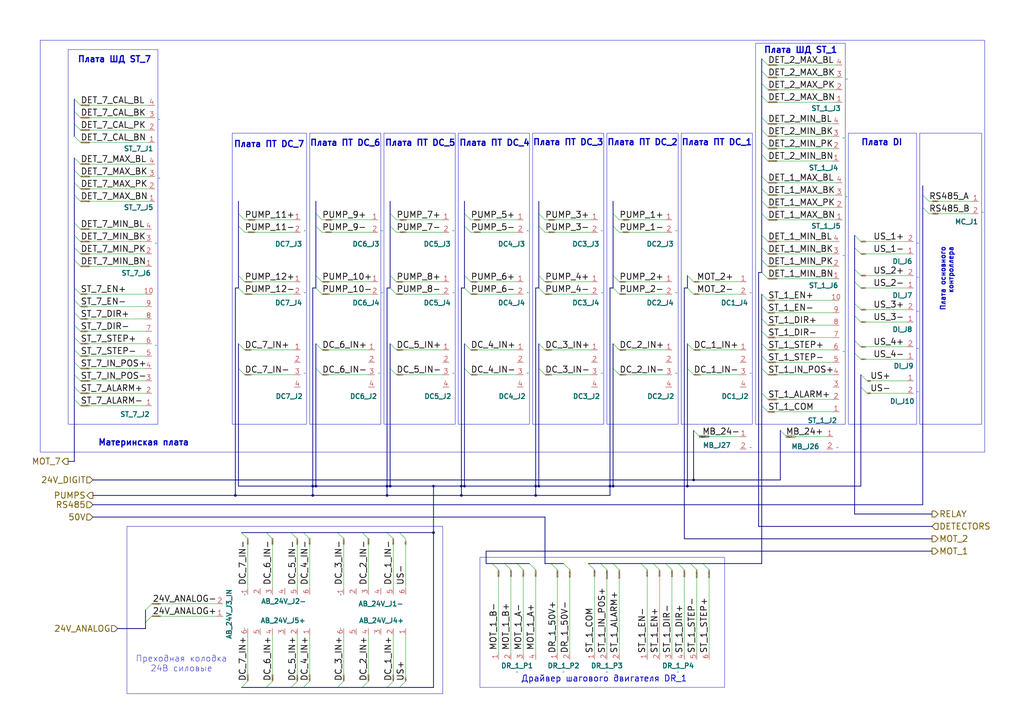
<source format=kicad_sch>
(kicad_sch (version 20231120) (generator "eeschema") (generator_version "8.0")
  (paper "A3")
  (junction (at 190.5 199.39))
  (junction (at 219.71 199.39))
  (junction (at 251.46 199.39))
  (junction (at 96.52 203.2))
  (junction (at 158.75 199.39))
  (junction (at 177.8 199.39))
  (junction (at 220.98 199.39))
  (junction (at 160.02 199.39))
  (junction (at 284.48 196.85))
  (junction (at 219.71 203.2))
  (junction (at 128.27 199.39))
  (junction (at 177.8 218.44))
  (junction (at 189.23 203.2))
  (junction (at 158.75 203.2))
  (junction (at 189.23 199.39))
  (junction (at 250.19 199.39))
  (junction (at 281.94 199.39))
  (junction (at 128.27 203.2))
  (junction (at 129.54 199.39))
  (bus_entry (at 30.48 50.8) (size 2.54 2.54))
  (bus_entry (at 30.48 128.27) (size 2.54 2.54))
  (bus_entry (at 160.02 113.03) (size 2.54 2.54))
  (bus_entry (at 251.46 92.71) (size 2.54 2.54))
  (bus_entry (at 30.48 123.19) (size 2.54 2.54))
  (bus_entry (at 281.94 151.13) (size 2.54 2.54))
  (bus_entry (at 129.54 92.71) (size 2.54 2.54))
  (bus_entry (at 312.42 34.29) (size 2.54 2.54))
  (bus_entry (at 190.5 140.97) (size 2.54 2.54))
  (bus_entry (at 312.42 101.6) (size 2.54 2.54))
  (bus_entry (at 30.48 138.43) (size 2.54 2.54))
  (bus_entry (at 190.5 87.63) (size 2.54 2.54))
  (bus_entry (at 320.04 176.53) (size 2.54 2.54))
  (bus_entry (at 312.42 87.63) (size 2.54 2.54))
  (bus_entry (at 267.97 231.14) (size 2.54 2.54))
  (bus_entry (at 30.48 118.11) (size 2.54 2.54))
  (bus_entry (at 251.46 118.11) (size 2.54 2.54))
  (bus_entry (at 30.48 143.51) (size 2.54 2.54))
  (bus_entry (at 160.02 87.63) (size 2.54 2.54))
  (bus_entry (at 281.94 113.03) (size 2.54 2.54))
  (bus_entry (at 283.21 231.14) (size 2.54 2.54))
  (bus_entry (at 160.02 92.71) (size 2.54 2.54))
  (bus_entry (at 353.06 158.75) (size 2.54 2.54))
  (bus_entry (at 350.52 124.46) (size 2.54 2.54))
  (bus_entry (at 30.48 55.88) (size 2.54 2.54))
  (bus_entry (at 190.5 113.03) (size 2.54 2.54))
  (bus_entry (at 350.52 110.49) (size 2.54 2.54))
  (bus_entry (at 190.5 92.71) (size 2.54 2.54))
  (bus_entry (at 30.48 69.85) (size 2.54 2.54))
  (bus_entry (at 350.52 101.6) (size 2.54 2.54))
  (bus_entry (at 312.42 106.68) (size 2.54 2.54))
  (bus_entry (at 217.17 231.14) (size 2.54 2.54))
  (bus_entry (at 97.79 87.63) (size 2.54 2.54))
  (bus_entry (at 160.02 118.11) (size 2.54 2.54))
  (bus_entry (at 246.38 231.14) (size 2.54 2.54))
  (bus_entry (at 59.69 255.27) (size 2.54 -2.54))
  (bus_entry (at 161.29 220.98) (size -2.54 -2.54))
  (bus_entry (at 30.48 91.44) (size 2.54 2.54))
  (bus_entry (at 312.42 146.05) (size 2.54 2.54))
  (bus_entry (at 312.42 77.47) (size 2.54 2.54))
  (bus_entry (at 127 220.98) (size -2.54 -2.54))
  (bus_entry (at 312.42 140.97) (size 2.54 2.54))
  (bus_entry (at 121.92 220.98) (size -2.54 -2.54))
  (bus_entry (at 284.48 176.53) (size 2.54 2.54))
  (bus_entry (at 312.42 29.21) (size 2.54 2.54))
  (bus_entry (at 312.42 161.29) (size 2.54 2.54))
  (bus_entry (at 251.46 140.97) (size 2.54 2.54))
  (bus_entry (at 129.54 140.97) (size 2.54 2.54))
  (bus_entry (at 158.75 281.94) (size 2.54 -2.54))
  (bus_entry (at 220.98 151.13) (size 2.54 2.54))
  (bus_entry (at 99.06 281.94) (size 2.54 -2.54))
  (bus_entry (at 350.52 115.57) (size 2.54 2.54))
  (bus_entry (at 378.46 80.01) (size 2.54 2.54))
  (bus_entry (at 350.52 139.7) (size 2.54 2.54))
  (bus_entry (at 190.5 118.11) (size 2.54 2.54))
  (bus_entry (at 312.42 96.52) (size 2.54 2.54))
  (bus_entry (at 119.38 281.94) (size 2.54 -2.54))
  (bus_entry (at 312.42 53.34) (size 2.54 2.54))
  (bus_entry (at 138.43 218.44) (size 2.54 2.54))
  (bus_entry (at 220.98 92.71) (size 2.54 2.54))
  (bus_entry (at 273.05 231.14) (size 2.54 2.54))
  (bus_entry (at 30.48 45.72) (size 2.54 2.54))
  (bus_entry (at 163.83 281.94) (size 2.54 -2.54))
  (bus_entry (at 30.48 74.93) (size 2.54 2.54))
  (bus_entry (at 30.48 96.52) (size 2.54 2.54))
  (bus_entry (at 251.46 231.14) (size 2.54 2.54))
  (bus_entry (at 30.48 148.59) (size 2.54 2.54))
  (bus_entry (at 138.43 281.94) (size 2.54 -2.54))
  (bus_entry (at 30.48 101.6) (size 2.54 2.54))
  (bus_entry (at 251.46 151.13) (size 2.54 2.54))
  (bus_entry (at 148.59 281.94) (size 2.54 -2.54))
  (bus_entry (at 97.79 113.03) (size 2.54 2.54))
  (bus_entry (at 30.48 40.64) (size 2.54 2.54))
  (bus_entry (at 190.5 151.13) (size 2.54 2.54))
  (bus_entry (at 30.48 163.83) (size 2.54 2.54))
  (bus_entry (at 124.46 281.94) (size 2.54 -2.54))
  (bus_entry (at 129.54 87.63) (size 2.54 2.54))
  (bus_entry (at 30.48 106.68) (size 2.54 2.54))
  (bus_entry (at 312.42 82.55) (size 2.54 2.54))
  (bus_entry (at 312.42 39.37) (size 2.54 2.54))
  (bus_entry (at 97.79 118.11) (size 2.54 2.54))
  (bus_entry (at 129.54 113.03) (size 2.54 2.54))
  (bus_entry (at 312.42 58.42) (size 2.54 2.54))
  (bus_entry (at 109.22 281.94) (size 2.54 -2.54))
  (bus_entry (at 160.02 140.97) (size 2.54 2.54))
  (bus_entry (at 207.01 231.14) (size 2.54 2.54))
  (bus_entry (at 312.42 151.13) (size 2.54 2.54))
  (bus_entry (at 312.42 72.39) (size 2.54 2.54))
  (bus_entry (at 312.42 130.81) (size 2.54 2.54))
  (bus_entry (at 220.98 140.97) (size 2.54 2.54))
  (bus_entry (at 30.48 80.01) (size 2.54 2.54))
  (bus_entry (at 251.46 87.63) (size 2.54 2.54))
  (bus_entry (at 350.52 129.54) (size 2.54 2.54))
  (bus_entry (at 151.13 220.98) (size -2.54 -2.54))
  (bus_entry (at 30.48 158.75) (size 2.54 2.54))
  (bus_entry (at 312.42 125.73) (size 2.54 2.54))
  (bus_entry (at 278.13 231.14) (size 2.54 2.54))
  (bus_entry (at 160.02 151.13) (size 2.54 2.54))
  (bus_entry (at 312.42 135.89) (size 2.54 2.54))
  (bus_entry (at 201.93 231.14) (size 2.54 2.54))
  (bus_entry (at 30.48 64.77) (size 2.54 2.54))
  (bus_entry (at 59.69 250.19) (size 2.54 -2.54))
  (bus_entry (at 312.42 111.76) (size 2.54 2.54))
  (bus_entry (at 231.14 231.14) (size 2.54 2.54))
  (bus_entry (at 97.79 151.13) (size 2.54 2.54))
  (bus_entry (at 281.94 140.97) (size 2.54 2.54))
  (bus_entry (at 166.37 220.98) (size -2.54 -2.54))
  (bus_entry (at 101.6 220.98) (size -2.54 -2.54))
  (bus_entry (at 212.09 231.14) (size 2.54 2.54))
  (bus_entry (at 129.54 151.13) (size 2.54 2.54))
  (bus_entry (at 281.94 118.11) (size 2.54 2.54))
  (bus_entry (at 220.98 113.03) (size 2.54 2.54))
  (bus_entry (at 312.42 120.65) (size 2.54 2.54))
  (bus_entry (at 97.79 92.71) (size 2.54 2.54))
  (bus_entry (at 97.79 140.97) (size 2.54 2.54))
  (bus_entry (at 129.54 118.11) (size 2.54 2.54))
  (bus_entry (at 226.06 231.14) (size 2.54 2.54))
  (bus_entry (at 312.42 63.5) (size 2.54 2.54))
  (bus_entry (at 220.98 118.11) (size 2.54 2.54))
  (bus_entry (at 353.06 153.67) (size 2.54 2.54))
  (bus_entry (at 241.3 231.14) (size 2.54 2.54))
  (bus_entry (at 251.46 113.03) (size 2.54 2.54))
  (bus_entry (at 378.46 85.09) (size 2.54 2.54))
  (bus_entry (at 262.89 231.14) (size 2.54 2.54))
  (bus_entry (at 312.42 166.37) (size 2.54 2.54))
  (bus_entry (at 111.76 220.98) (size -2.54 -2.54))
  (bus_entry (at 350.52 144.78) (size 2.54 2.54))
  (bus_entry (at 30.48 153.67) (size 2.54 2.54))
  (bus_entry (at 312.42 24.13) (size 2.54 2.54))
  (bus_entry (at 350.52 96.52) (size 2.54 2.54))
  (bus_entry (at 30.48 133.35) (size 2.54 2.54))
  (bus_entry (at 288.29 231.14) (size 2.54 2.54))
  (bus_entry (at 220.98 87.63) (size 2.54 2.54))
  (bus_entry (at 312.42 48.26) (size 2.54 2.54))
  (bus (pts (xy 220.98 82.55) (xy 220.98 87.63)))
  (bus (pts (xy 312.42 130.81) (xy 312.42 135.89)))
  (wire (pts (xy 254 90.17) (xy 273.05 90.17)))
  (bus (pts (xy 138.43 218.44) (xy 148.59 218.44)))
  (wire (pts (xy 314.96 50.8) (xy 341.63 50.8)))
  (bus (pts (xy 199.39 231.14) (xy 201.93 231.14)))
  (bus (pts (xy 288.29 231.14) (xy 312.42 231.14)))
  (wire (pts (xy 314.96 41.91) (xy 342.9 41.91)))
  (bus (pts (xy 30.48 96.52) (xy 30.48 101.6)))
  (bus (pts (xy 250.19 203.2) (xy 219.71 203.2)))
  (bus (pts (xy 350.52 144.78) (xy 350.52 210.82)))
  (wire (pts (xy 314.96 109.22) (xy 341.63 109.22)))
  (bus (pts (xy 220.98 140.97) (xy 220.98 151.13)))
  (bus (pts (xy 312.42 34.29) (xy 312.42 39.37)))
  (bus (pts (xy 160.02 199.39) (xy 177.8 199.39)))
  (bus (pts (xy 267.97 231.14) (xy 273.05 231.14)))
  (bus (pts (xy 189.23 199.39) (xy 189.23 203.2)))
  (bus (pts (xy 99.06 218.44) (xy 109.22 218.44)))
  (wire (pts (xy 314.96 143.51) (xy 341.63 143.51)))
  (bus (pts (xy 158.75 118.11) (xy 158.75 199.39)))
  (bus (pts (xy 129.54 199.39) (xy 128.27 199.39)))
  (bus (pts (xy 251.46 199.39) (xy 281.94 199.39)))
  (bus (pts (xy 281.94 151.13) (xy 281.94 199.39)))
  (bus (pts (xy 212.09 231.14) (xy 217.17 231.14)))
  (wire (pts (xy 62.23 252.73) (xy 88.9 252.73)))
  (bus (pts (xy 128.27 203.2) (xy 158.75 203.2)))
  (wire (pts (xy 33.02 166.37) (xy 59.69 166.37)))
  (wire (pts (xy 355.6 161.29) (xy 372.11 161.29)))
  (bus (pts (xy 30.48 45.72) (xy 30.48 50.8)))
  (bus (pts (xy 312.42 120.65) (xy 312.42 125.73)))
  (wire (pts (xy 132.08 120.65) (xy 152.4 120.65)))
  (bus (pts (xy 250.19 118.11) (xy 250.19 199.39)))
  (bus (pts (xy 251.46 92.71) (xy 251.46 113.03)))
  (bus (pts (xy 280.67 220.98) (xy 382.27 220.98)))
  (wire (pts (xy 314.96 26.67) (xy 342.9 26.67)))
  (wire (pts (xy 254 120.65) (xy 273.05 120.65)))
  (bus (pts (xy 163.83 281.94) (xy 177.8 281.94)))
  (wire (pts (xy 280.67 233.68) (xy 280.67 267.97)))
  (bus (pts (xy 30.48 133.35) (xy 30.48 138.43)))
  (bus (pts (xy 38.1 207.01) (xy 378.46 207.01)))
  (bus (pts (xy 30.48 148.59) (xy 30.48 153.67)))
  (bus (pts (xy 119.38 281.94) (xy 124.46 281.94)))
  (bus (pts (xy 30.48 80.01) (xy 30.48 91.44)))
  (bus (pts (xy 312.42 77.47) (xy 312.42 82.55)))
  (bus (pts (xy 312.42 39.37) (xy 312.42 48.26)))
  (wire (pts (xy 33.02 48.26) (xy 60.96 48.26)))
  (bus (pts (xy 27.94 189.23) (xy 30.48 189.23)))
  (wire (pts (xy 223.52 115.57) (xy 242.57 115.57)))
  (wire (pts (xy 275.59 233.68) (xy 275.59 267.97)))
  (wire (pts (xy 33.02 77.47) (xy 60.96 77.47)))
  (bus (pts (xy 312.42 58.42) (xy 312.42 63.5)))
  (bus (pts (xy 128.27 118.11) (xy 129.54 118.11)))
  (wire (pts (xy 353.06 118.11) (xy 372.11 118.11)))
  (wire (pts (xy 314.96 85.09) (xy 342.9 85.09)))
  (bus (pts (xy 128.27 199.39) (xy 97.79 199.39)))
  (wire (pts (xy 111.76 279.4) (xy 111.76 260.35)))
  (bus (pts (xy 129.54 140.97) (xy 129.54 151.13)))
  (wire (pts (xy 132.08 90.17) (xy 152.4 90.17)))
  (bus (pts (xy 251.46 231.14) (xy 262.89 231.14)))
  (bus (pts (xy 97.79 199.39) (xy 97.79 151.13)))
  (bus (pts (xy 312.42 96.52) (xy 312.42 101.6)))
  (bus (pts (xy 160.02 113.03) (xy 160.02 118.11)))
  (wire (pts (xy 314.96 123.19) (xy 341.63 123.19)))
  (wire (pts (xy 162.56 115.57) (xy 181.61 115.57)))
  (bus (pts (xy 158.75 199.39) (xy 129.54 199.39)))
  (wire (pts (xy 314.96 114.3) (xy 341.63 114.3)))
  (wire (pts (xy 285.75 233.68) (xy 285.75 267.97)))
  (bus (pts (xy 288.29 231.14) (xy 283.21 231.14)))
  (wire (pts (xy 33.02 146.05) (xy 59.69 146.05)))
  (bus (pts (xy 350.52 129.54) (xy 350.52 139.7)))
  (wire (pts (xy 314.96 74.93) (xy 342.9 74.93)))
  (bus (pts (xy 251.46 113.03) (xy 251.46 118.11)))
  (bus (pts (xy 190.5 199.39) (xy 219.71 199.39)))
  (bus (pts (xy 281.94 199.39) (xy 353.06 199.39)))
  (bus (pts (xy 158.75 199.39) (xy 158.75 203.2)))
  (bus (pts (xy 177.8 218.44) (xy 177.8 199.39)))
  (wire (pts (xy 314.96 163.83) (xy 341.63 163.83)))
  (wire (pts (xy 314.96 133.35) (xy 341.63 133.35)))
  (bus (pts (xy 129.54 87.63) (xy 129.54 92.71)))
  (bus (pts (xy 350.52 101.6) (xy 350.52 110.49)))
  (wire (pts (xy 33.02 43.18) (xy 60.96 43.18)))
  (bus (pts (xy 312.42 106.68) (xy 312.42 111.76)))
  (bus (pts (xy 220.98 92.71) (xy 220.98 113.03)))
  (bus (pts (xy 30.48 101.6) (xy 30.48 106.68)))
  (wire (pts (xy 100.33 95.25) (xy 120.65 95.25)))
  (wire (pts (xy 33.02 161.29) (xy 59.69 161.29)))
  (wire (pts (xy 248.92 233.68) (xy 248.92 267.97)))
  (bus (pts (xy 160.02 87.63) (xy 160.02 92.71)))
  (wire (pts (xy 151.13 241.3) (xy 151.13 220.98)))
  (wire (pts (xy 140.97 279.4) (xy 140.97 260.35)))
  (wire (pts (xy 254 115.57) (xy 273.05 115.57)))
  (bus (pts (xy 189.23 118.11) (xy 190.5 118.11)))
  (bus (pts (xy 290.83 179.07) (xy 287.02 179.07)))
  (bus (pts (xy 262.89 231.14) (xy 267.97 231.14)))
  (bus (pts (xy 207.01 231.14) (xy 212.09 231.14)))
  (bus (pts (xy 30.48 74.93) (xy 30.48 80.01)))
  (wire (pts (xy 33.02 93.98) (xy 59.69 93.98)))
  (bus (pts (xy 160.02 151.13) (xy 160.02 199.39)))
  (wire (pts (xy 33.02 82.55) (xy 60.96 82.55)))
  (bus (pts (xy 48.26 257.81) (xy 59.69 257.81)))
  (bus (pts (xy 378.46 85.09) (xy 378.46 207.01)))
  (bus (pts (xy 251.46 151.13) (xy 251.46 199.39)))
  (bus (pts (xy 311.15 111.76) (xy 311.15 215.9)))
  (wire (pts (xy 162.56 153.67) (xy 181.61 153.67)))
  (bus (pts (xy 350.52 210.82) (xy 382.27 210.82)))
  (wire (pts (xy 127 220.98) (xy 127 241.3)))
  (bus (pts (xy 30.48 40.64) (xy 30.48 45.72)))
  (bus (pts (xy 250.19 199.39) (xy 250.19 203.2)))
  (wire (pts (xy 33.02 109.22) (xy 59.69 109.22)))
  (bus (pts (xy 109.22 281.94) (xy 119.38 281.94)))
  (bus (pts (xy 201.93 231.14) (xy 207.01 231.14)))
  (wire (pts (xy 254 153.67) (xy 273.05 153.67)))
  (bus (pts (xy 223.52 212.09) (xy 223.52 231.14)))
  (wire (pts (xy 162.56 95.25) (xy 181.61 95.25)))
  (wire (pts (xy 161.29 279.4) (xy 161.29 260.35)))
  (bus (pts (xy 38.1 196.85) (xy 284.48 196.85)))
  (wire (pts (xy 100.33 143.51) (xy 120.65 143.51)))
  (wire (pts (xy 353.06 99.06) (xy 372.11 99.06)))
  (bus (pts (xy 97.79 87.63) (xy 97.79 92.71)))
  (wire (pts (xy 193.04 90.17) (xy 212.09 90.17)))
  (wire (pts (xy 193.04 95.25) (xy 212.09 95.25)))
  (bus (pts (xy 219.71 199.39) (xy 220.98 199.39)))
  (bus (pts (xy 312.42 135.89) (xy 312.42 140.97)))
  (wire (pts (xy 33.02 104.14) (xy 59.69 104.14)))
  (bus (pts (xy 281.94 140.97) (xy 281.94 151.13)))
  (bus (pts (xy 97.79 82.55) (xy 97.79 87.63)))
  (wire (pts (xy 100.33 115.57) (xy 120.65 115.57)))
  (bus (pts (xy 189.23 203.2) (xy 219.71 203.2)))
  (bus (pts (xy 160.02 199.39) (xy 158.75 199.39)))
  (wire (pts (xy 33.02 156.21) (xy 59.69 156.21)))
  (bus (pts (xy 160.02 82.55) (xy 160.02 87.63)))
  (bus (pts (xy 312.42 82.55) (xy 312.42 87.63)))
  (wire (pts (xy 223.52 90.17) (xy 242.57 90.17)))
  (wire (pts (xy 161.29 241.3) (xy 161.29 220.98)))
  (wire (pts (xy 127 279.4) (xy 127 260.35)))
  (bus (pts (xy 158.75 203.2) (xy 189.23 203.2)))
  (bus (pts (xy 219.71 118.11) (xy 219.71 199.39)))
  (wire (pts (xy 314.96 128.27) (xy 341.63 128.27)))
  (wire (pts (xy 140.97 220.98) (xy 140.97 241.3)))
  (bus (pts (xy 138.43 281.94) (xy 148.59 281.94)))
  (bus (pts (xy 311.15 215.9) (xy 382.27 215.9)))
  (wire (pts (xy 290.83 233.68) (xy 290.83 267.97)))
  (bus (pts (xy 129.54 113.03) (xy 129.54 118.11)))
  (bus (pts (xy 158.75 118.11) (xy 160.02 118.11)))
  (wire (pts (xy 355.6 156.21) (xy 372.11 156.21)))
  (bus (pts (xy 312.42 63.5) (xy 312.42 72.39)))
  (bus (pts (xy 30.48 50.8) (xy 30.48 55.88)))
  (bus (pts (xy 312.42 151.13) (xy 312.42 161.29)))
  (bus (pts (xy 96.52 203.2) (xy 128.27 203.2)))
  (wire (pts (xy 314.96 66.04) (xy 341.63 66.04)))
  (bus (pts (xy 250.19 118.11) (xy 251.46 118.11)))
  (wire (pts (xy 101.6 279.4) (xy 101.6 260.35)))
  (bus (pts (xy 220.98 199.39) (xy 250.19 199.39)))
  (bus (pts (xy 378.46 76.2) (xy 378.46 80.01)))
  (wire (pts (xy 353.06 142.24) (xy 372.11 142.24)))
  (wire (pts (xy 204.47 233.68) (xy 204.47 267.97)))
  (bus (pts (xy 251.46 87.63) (xy 251.46 92.71)))
  (bus (pts (xy 30.48 138.43) (xy 30.48 143.51)))
  (wire (pts (xy 33.02 72.39) (xy 60.96 72.39)))
  (wire (pts (xy 121.92 220.98) (xy 121.92 241.3)))
  (bus (pts (xy 281.94 113.03) (xy 281.94 118.11)))
  (bus (pts (xy 30.48 158.75) (xy 30.48 163.83)))
  (wire (pts (xy 166.37 279.4) (xy 166.37 260.35)))
  (bus (pts (xy 190.5 140.97) (xy 190.5 151.13)))
  (bus (pts (xy 199.39 226.06) (xy 382.27 226.06)))
  (bus (pts (xy 312.42 72.39) (xy 312.42 77.47)))
  (wire (pts (xy 219.71 233.68) (xy 219.71 267.97)))
  (bus (pts (xy 220.98 151.13) (xy 220.98 199.39)))
  (bus (pts (xy 353.06 158.75) (xy 353.06 199.39)))
  (bus (pts (xy 312.42 101.6) (xy 312.42 106.68)))
  (wire (pts (xy 193.04 143.51) (xy 212.09 143.51)))
  (bus (pts (xy 148.59 281.94) (xy 158.75 281.94)))
  (bus (pts (xy 312.42 146.05) (xy 312.42 151.13)))
  (wire (pts (xy 166.37 241.3) (xy 166.37 220.98)))
  (bus (pts (xy 30.48 106.68) (xy 30.48 118.11)))
  (bus (pts (xy 30.48 91.44) (xy 30.48 96.52)))
  (wire (pts (xy 254 233.68) (xy 254 267.97)))
  (wire (pts (xy 270.51 233.68) (xy 270.51 267.97)))
  (bus (pts (xy 312.42 48.26) (xy 312.42 53.34)))
  (bus (pts (xy 99.06 281.94) (xy 109.22 281.94)))
  (bus (pts (xy 38.1 212.09) (xy 223.52 212.09)))
  (bus (pts (xy 160.02 92.71) (xy 160.02 113.03)))
  (bus (pts (xy 312.42 53.34) (xy 312.42 58.42)))
  (bus (pts (xy 158.75 218.44) (xy 163.83 218.44)))
  (wire (pts (xy 214.63 267.97) (xy 214.63 233.68)))
  (wire (pts (xy 353.06 147.32) (xy 372.11 147.32)))
  (bus (pts (xy 190.5 113.03) (xy 190.5 118.11)))
  (bus (pts (xy 241.3 231.14) (xy 246.38 231.14)))
  (bus (pts (xy 312.42 125.73) (xy 312.42 130.81)))
  (bus (pts (xy 124.46 281.94) (xy 138.43 281.94)))
  (bus (pts (xy 350.52 124.46) (xy 350.52 129.54)))
  (wire (pts (xy 100.33 153.67) (xy 120.65 153.67)))
  (wire (pts (xy 132.08 115.57) (xy 152.4 115.57)))
  (bus (pts (xy 148.59 218.44) (xy 158.75 218.44)))
  (wire (pts (xy 101.6 241.3) (xy 101.6 220.98)))
  (bus (pts (xy 158.75 281.94) (xy 163.83 281.94)))
  (wire (pts (xy 33.02 140.97) (xy 59.69 140.97)))
  (wire (pts (xy 284.48 115.57) (xy 303.53 115.57)))
  (bus (pts (xy 190.5 82.55) (xy 190.5 87.63)))
  (wire (pts (xy 132.08 153.67) (xy 151.13 153.67)))
  (wire (pts (xy 254 143.51) (xy 273.05 143.51)))
  (bus (pts (xy 30.48 153.67) (xy 30.48 158.75)))
  (wire (pts (xy 132.08 95.25) (xy 152.4 95.25)))
  (bus (pts (xy 124.46 218.44) (xy 138.43 218.44)))
  (wire (pts (xy 162.56 120.65) (xy 181.61 120.65)))
  (bus (pts (xy 251.46 199.39) (xy 250.19 199.39)))
  (bus (pts (xy 199.39 231.14) (xy 199.39 226.06)))
  (bus (pts (xy 30.48 163.83) (xy 30.48 189.23)))
  (bus (pts (xy 251.46 140.97) (xy 251.46 151.13)))
  (wire (pts (xy 314.96 168.91) (xy 341.63 168.91)))
  (wire (pts (xy 314.96 153.67) (xy 341.63 153.67)))
  (wire (pts (xy 193.04 120.65) (xy 212.09 120.65)))
  (bus (pts (xy 280.67 118.11) (xy 281.94 118.11)))
  (bus (pts (xy 59.69 257.81) (xy 59.69 255.27)))
  (bus (pts (xy 38.1 203.2) (xy 96.52 203.2)))
  (bus (pts (xy 350.52 110.49) (xy 350.52 115.57)))
  (wire (pts (xy 284.48 153.67) (xy 303.53 153.67)))
  (bus (pts (xy 129.54 82.55) (xy 129.54 87.63)))
  (bus (pts (xy 312.42 161.29) (xy 312.42 166.37)))
  (bus (pts (xy 96.52 118.11) (xy 97.79 118.11)))
  (bus (pts (xy 129.54 151.13) (xy 129.54 199.39)))
  (wire (pts (xy 284.48 120.65) (xy 303.53 120.65)))
  (wire (pts (xy 33.02 125.73) (xy 59.69 125.73)))
  (bus (pts (xy 312.42 166.37) (xy 312.42 231.14)))
  (wire (pts (xy 62.23 247.65) (xy 88.9 247.65)))
  (wire (pts (xy 193.04 153.67) (xy 212.09 153.67)))
  (bus (pts (xy 189.23 199.39) (xy 190.5 199.39)))
  (bus (pts (xy 312.42 24.13) (xy 312.42 29.21)))
  (bus (pts (xy 284.48 176.53) (xy 284.48 196.85)))
  (wire (pts (xy 265.43 233.68) (xy 265.43 267.97)))
  (bus (pts (xy 97.79 140.97) (xy 97.79 151.13)))
  (bus (pts (xy 177.8 218.44) (xy 177.8 281.94)))
  (bus (pts (xy 284.48 196.85) (xy 320.04 196.85)))
  (wire (pts (xy 381 82.55) (xy 398.78 82.55)))
  (bus (pts (xy 226.06 231.14) (xy 231.14 231.14)))
  (bus (pts (xy 220.98 87.63) (xy 220.98 92.71)))
  (bus (pts (xy 119.38 218.44) (xy 124.46 218.44)))
  (bus (pts (xy 378.46 80.01) (xy 378.46 85.09)))
  (bus (pts (xy 246.38 231.14) (xy 251.46 231.14)))
  (wire (pts (xy 353.06 127) (xy 372.11 127)))
  (bus (pts (xy 190.5 151.13) (xy 190.5 199.39)))
  (wire (pts (xy 314.96 99.06) (xy 341.63 99.06)))
  (wire (pts (xy 314.96 104.14) (xy 341.63 104.14)))
  (wire (pts (xy 209.55 233.68) (xy 209.55 267.97)))
  (bus (pts (xy 251.46 82.55) (xy 251.46 87.63)))
  (bus (pts (xy 59.69 255.27) (xy 59.69 250.19)))
  (wire (pts (xy 100.33 90.17) (xy 120.65 90.17)))
  (bus (pts (xy 97.79 92.71) (xy 97.79 113.03)))
  (wire (pts (xy 314.96 55.88) (xy 341.63 55.88)))
  (bus (pts (xy 128.27 199.39) (xy 128.27 203.2)))
  (bus (pts (xy 190.5 87.63) (xy 190.5 92.71)))
  (bus (pts (xy 30.48 143.51) (xy 30.48 148.59)))
  (bus (pts (xy 30.48 118.11) (xy 30.48 123.19)))
  (wire (pts (xy 314.96 60.96) (xy 341.63 60.96)))
  (wire (pts (xy 193.04 115.57) (xy 212.09 115.57)))
  (bus (pts (xy 350.52 115.57) (xy 350.52 124.46)))
  (bus (pts (xy 30.48 123.19) (xy 30.48 128.27)))
  (wire (pts (xy 33.02 135.89) (xy 59.69 135.89)))
  (wire (pts (xy 233.68 233.68) (xy 233.68 267.97)))
  (bus (pts (xy 109.22 218.44) (xy 119.38 218.44)))
  (wire (pts (xy 254 95.25) (xy 273.05 95.25)))
  (wire (pts (xy 314.96 138.43) (xy 341.63 138.43)))
  (wire (pts (xy 322.58 179.07) (xy 339.09 179.07)))
  (bus (pts (xy 129.54 92.71) (xy 129.54 113.03)))
  (wire (pts (xy 314.96 31.75) (xy 342.9 31.75)))
  (bus (pts (xy 96.52 118.11) (xy 96.52 203.2)))
  (bus (pts (xy 160.02 140.97) (xy 160.02 151.13)))
  (wire (pts (xy 284.48 143.51) (xy 303.53 143.51)))
  (wire (pts (xy 243.84 233.68) (xy 243.84 267.97)))
  (bus (pts (xy 278.13 231.14) (xy 283.21 231.14)))
  (wire (pts (xy 33.02 130.81) (xy 59.69 130.81)))
  (wire (pts (xy 353.06 132.08) (xy 372.11 132.08)))
  (bus (pts (xy 177.8 199.39) (xy 189.23 199.39)))
  (wire (pts (xy 33.02 58.42) (xy 60.96 58.42)))
  (wire (pts (xy 111.76 241.3) (xy 111.76 220.98)))
  (bus (pts (xy 280.67 118.11) (xy 280.67 220.98)))
  (wire (pts (xy 132.08 143.51) (xy 151.13 143.51)))
  (wire (pts (xy 151.13 279.4) (xy 151.13 260.35)))
  (wire (pts (xy 381 87.63) (xy 398.78 87.63)))
  (wire (pts (xy 121.92 279.4) (xy 121.92 260.35)))
  (wire (pts (xy 33.02 120.65) (xy 59.69 120.65)))
  (bus (pts (xy 30.48 128.27) (xy 30.48 133.35)))
  (bus (pts (xy 219.71 118.11) (xy 220.98 118.11)))
  (bus (pts (xy 353.06 153.67) (xy 353.06 158.75)))
  (wire (pts (xy 314.96 90.17) (xy 342.9 90.17)))
  (wire (pts (xy 314.96 80.01) (xy 342.9 80.01)))
  (bus (pts (xy 220.98 113.03) (xy 220.98 118.11)))
  (wire (pts (xy 287.02 179.07) (xy 303.53 179.07)))
  (wire (pts (xy 33.02 53.34) (xy 60.96 53.34)))
  (bus (pts (xy 226.06 231.14) (xy 223.52 231.14)))
  (wire (pts (xy 223.52 153.67) (xy 242.57 153.67)))
  (wire (pts (xy 314.96 148.59) (xy 341.63 148.59)))
  (bus (pts (xy 312.42 87.63) (xy 312.42 96.52)))
  (wire (pts (xy 33.02 151.13) (xy 59.69 151.13)))
  (wire (pts (xy 228.6 233.68) (xy 228.6 267.97)))
  (wire (pts (xy 353.06 104.14) (xy 372.11 104.14)))
  (wire (pts (xy 223.52 95.25) (xy 242.57 95.25)))
  (bus (pts (xy 30.48 69.85) (xy 30.48 74.93)))
  (wire (pts (xy 33.02 99.06) (xy 59.69 99.06)))
  (bus (pts (xy 97.79 113.03) (xy 97.79 118.11)))
  (wire (pts (xy 162.56 143.51) (xy 181.61 143.51)))
  (wire (pts (xy 223.52 143.51) (xy 242.57 143.51)))
  (bus (pts (xy 190.5 92.71) (xy 190.5 113.03)))
  (bus (pts (xy 189.23 118.11) (xy 189.23 199.39)))
  (bus (pts (xy 350.52 139.7) (xy 350.52 144.78)))
  (bus (pts (xy 350.52 96.52) (xy 350.52 101.6)))
  (bus (pts (xy 311.15 111.76) (xy 312.42 111.76)))
  (bus (pts (xy 163.83 218.44) (xy 177.8 218.44)))
  (bus (pts (xy 320.04 176.53) (xy 320.04 196.85)))
  (bus (pts (xy 30.48 64.77) (xy 30.48 69.85)))
  (bus (pts (xy 128.27 118.11) (xy 128.27 199.39)))
  (wire (pts (xy 100.33 120.65) (xy 120.65 120.65)))
  (wire (pts (xy 314.96 36.83) (xy 342.9 36.83)))
  (bus (pts (xy 219.71 199.39) (xy 219.71 203.2)))
  (wire (pts (xy 162.56 90.17) (xy 181.61 90.17)))
  (bus (pts (xy 312.42 29.21) (xy 312.42 34.29)))
  (wire (pts (xy 353.06 113.03) (xy 372.11 113.03)))
  (bus (pts (xy 312.42 140.97) (xy 312.42 146.05)))
  (wire (pts (xy 33.02 67.31) (xy 60.96 67.31)))
  (wire (pts (xy 223.52 120.65) (xy 242.57 120.65)))
  (bus (pts (xy 273.05 231.14) (xy 278.13 231.14)))
  (rectangle (start 52.07 215.9) (end 181.61 284.48))
  (rectangle (start 196.85 228.6) (end 297.18 281.94))
  (rectangle (start 157.48 54.61) (end 186.69 173.99))
  (rectangle (start 218.44 54.61) (end 247.65 173.99))
  (rectangle (start 127 54.61) (end 156.21 173.99))
  (rectangle (start 347.98 54.61) (end 375.92 173.99))
  (rectangle (start 377.19 54.61) (end 402.59 173.99))
  (rectangle (start 248.92 54.61) (end 278.13 173.99))
  (rectangle (start 95.25 54.61) (end 125.73 173.99))
  (rectangle (start 16.51 16.51) (end 403.86 185.42))
  (rectangle (start 309.88 17.78) (end 346.71 173.99))
  (rectangle (start 27.94 20.32) (end 64.77 173.99))
  (rectangle (start 279.4 54.61) (end 308.61 173.99))
  (rectangle (start 187.96 54.61) (end 217.17 173.99))
  (text "Плата ШД ST_1" (at 313.182 22.098 0) (effects (font (size 2.5 2.5) (thickness 0.5) (bold yes)) (justify left bottom)))
  (text "Плата DI" (at 353.06 59.944 0) (effects (font (size 2.5 2.5) (thickness 0.5) (bold yes)) (justify left bottom)))
  (text "Плата ПТ DC_1" (at 279.4 59.944 0) (effects (font (size 2.5 2.5) (thickness 0.5) (bold yes)) (justify left bottom)))
  (text "Плата ПТ DC_6" (at 127 60.198 0) (effects (font (size 2.5 2.5) (thickness 0.5) (bold yes)) (justify left bottom)))
  (text "Преходная колодка\n24В силовые" (at 74.422 272.288 0) (effects (font (size 2.5 2.5))))
  (text "Материнская плата" (at 58.928 181.61 0) (effects (font (size 2.5 2.5) (thickness 0.5) (bold yes))))
  (text "Плата основного\nконтроллера" (at 391.16 101.092 90) (effects (font (size 2 2) (thickness 0.4) (bold yes)) (justify right bottom)))
  (text "Драйвер шагового двигателя DR_1" (at 213.614 279.908 0) (effects (font (size 2.5 2.5) (thickness 0.3125)) (justify left bottom)))
  (text "Плата ПТ DC_2" (at 248.92 59.944 0) (effects (font (size 2.5 2.5) (thickness 0.5) (bold yes)) (justify left bottom)))
  (text "Плата ПТ DC_4" (at 188.214 60.198 0) (effects (font (size 2.5 2.5) (thickness 0.5) (bold yes)) (justify left bottom)))
  (text "Плата ПТ DC_3" (at 218.44 59.944 0) (effects (font (size 2.5 2.5) (thickness 0.5) (bold yes)) (justify left bottom)))
  (text "Плата ПТ DC_5" (at 157.734 60.198 0) (effects (font (size 2.5 2.5) (thickness 0.5) (bold yes)) (justify left bottom)))
  (text "Плата ШД ST_7" (at 31.75 25.908 0) (effects (font (size 2.5 2.5) (thickness 0.5) (bold yes)) (justify left bottom)))
  (text "Плата ПТ DC_7" (at 95.758 60.706 0) (effects (font (size 2.5 2.5) (thickness 0.5) (bold yes)) (justify left bottom)))
  (label "DET_1_MIN_BK" (at 314.96 104.14 0) (effects (font (size 2.5 2.5) (thickness 0.3125))))
  (label "DC_4_IN-" (at 127 240.03 90) (effects (font (size 2.5 2.5) (thickness 0.3125))))
  (label "DC_2_IN-" (at 151.13 240.03 90) (effects (font (size 2.5 2.5) (thickness 0.3125))))
  (label "US-" (at 356.87 161.29 0) (effects (font (size 2.5 2.5) (thickness 0.3125))))
  (label "DET_7_CAL_PK" (at 33.02 53.34 0) (effects (font (size 2.5 2.5) (thickness 0.3125))))
  (label "ST_1_DIR-" (at 275.59 267.97 90) (effects (font (size 2.5 2.5) (thickness 0.3125))))
  (label "ST_1_EN-" (at 265.43 267.97 90) (effects (font (size 2.5 2.5) (thickness 0.3125))))
  (label "DC_5_IN-" (at 121.92 240.03 90) (effects (font (size 2.5 2.5) (thickness 0.3125))))
  (label "ST_7_DIR-" (at 33.02 135.89 0) (effects (font (size 2.5 2.5) (thickness 0.3125))))
  (label "ST_7_IN_POS-" (at 33.02 156.21 0) (effects (font (size 2.5 2.5) (thickness 0.3125))))
  (label "PUMP_10+" (at 132.08 115.57 0) (effects (font (size 2.5 2.5) (thickness 0.3125))))
  (label "DET_1_MIN_BN" (at 314.96 114.3 0) (effects (font (size 2.5 2.5) (thickness 0.3125))))
  (label "DET_2_MAX_PK" (at 314.96 36.83 0) (effects (font (size 2.5 2.5) (thickness 0.3125))))
  (label "ST_7_EN-" (at 33.02 125.73 0) (effects (font (size 2.5 2.5) (thickness 0.3125))))
  (label "US_4-" (at 358.14 147.32 0) (effects (font (size 2.5 2.5) (thickness 0.3125))))
  (label "DET_7_CAL_BL" (at 33.02 43.18 0) (effects (font (size 2.5 2.5) (thickness 0.3125))))
  (label "ST_7_STEP-" (at 33.02 146.05 0) (effects (font (size 2.5 2.5) (thickness 0.3125))))
  (label "DET_1_MAX_BN" (at 314.96 90.17 0) (effects (font (size 2.5 2.5) (thickness 0.3125))))
  (label "DC_7_IN-" (at 101.6 240.03 90) (effects (font (size 2.5 2.5) (thickness 0.3125))))
  (label "DC_3_IN-" (at 223.52 153.67 0) (effects (font (size 2.5 2.5) (thickness 0.3125))))
  (label "DC_5_IN-" (at 162.56 153.67 0) (effects (font (size 2.5 2.5) (thickness 0.3125))))
  (label "DC_2_IN+" (at 254 143.51 0) (effects (font (size 2.5 2.5) (thickness 0.3125))))
  (label "ST_1_STEP+" (at 290.83 267.97 90) (effects (font (size 2.5 2.5) (thickness 0.3125))))
  (label "24V_ANALOG-" (at 88.9 247.65 180) (effects (font (size 2.5 2.5) (thickness 0.3125))))
  (label "DC_4_IN+" (at 193.04 143.51 0) (effects (font (size 2.5 2.5) (thickness 0.3125))))
  (label "DET_2_MIN_BK" (at 314.96 55.88 0) (effects (font (size 2.5 2.5) (thickness 0.3125))))
  (label "DET_2_MIN_BL" (at 314.96 50.8 0) (effects (font (size 2.5 2.5) (thickness 0.3125))))
  (label "ST_1_DIR+" (at 280.67 267.97 90) (effects (font (size 2.5 2.5) (thickness 0.3125))))
  (label "DC_3_IN-" (at 140.97 240.03 90) (effects (font (size 2.5 2.5) (thickness 0.3125))))
  (label "ST_1_STEP-" (at 314.96 148.59 0) (effects (font (size 2.5 2.5) (thickness 0.3125))))
  (label "DC_7_IN+" (at 101.6 279.4 90) (effects (font (size 2.5 2.5) (thickness 0.3125))))
  (label "PUMP_4+" (at 223.52 115.57 0) (effects (font (size 2.5 2.5) (thickness 0.3125))))
  (label "ST_7_STEP+" (at 33.02 140.97 0) (effects (font (size 2.5 2.5) (thickness 0.3125))))
  (label "DET_7_MAX_PK" (at 33.02 77.47 0) (effects (font (size 2.5 2.5) (thickness 0.3125))))
  (label "DC_6_IN+" (at 132.08 143.51 0) (effects (font (size 2.5 2.5) (thickness 0.3125))))
  (label "PUMP_8-" (at 162.56 120.65 0) (effects (font (size 2.5 2.5) (thickness 0.3125))))
  (label "PUMP_12-" (at 100.33 120.65 0) (effects (font (size 2.5 2.5) (thickness 0.3125))))
  (label "ST_7_ALARM-" (at 33.02 166.37 0) (effects (font (size 2.5 2.5) (thickness 0.3125))))
  (label "DR_1_50V-" (at 233.68 267.97 90) (effects (font (size 2.5 2.5) (thickness 0.3125))))
  (label "ST_1_DIR-" (at 314.96 138.43 0) (effects (font (size 2.5 2.5) (thickness 0.3125))))
  (label "PUMP_11+" (at 100.33 90.17 0) (effects (font (size 2.5 2.5) (thickness 0.3125))))
  (label "ST_1_ALARM+" (at 314.96 163.83 0) (effects (font (size 2.5 2.5) (thickness 0.3125))))
  (label "PUMP_3+" (at 223.52 90.17 0) (effects (font (size 2.5 2.5) (thickness 0.3125))))
  (label "ST_1_ALARM+" (at 254 267.97 90) (effects (font (size 2.5 2.5) (thickness 0.3125))))
  (label "ST_1_IN_POS+" (at 248.92 267.97 90) (effects (font (size 2.5 2.5) (thickness 0.3125))))
  (label "DET_1_MAX_BK" (at 314.96 80.01 0) (effects (font (size 2.5 2.5) (thickness 0.3125))))
  (label "DC_4_IN-" (at 193.04 153.67 0) (effects (font (size 2.5 2.5) (thickness 0.3125))))
  (label "MOT_2-" (at 285.75 120.65 0) (effects (font (size 2.5 2.5) (thickness 0.3125))))
  (label "PUMP_8+" (at 162.56 115.57 0) (effects (font (size 2.5 2.5) (thickness 0.3125))))
  (label "24V_ANALOG+" (at 88.9 252.73 180) (effects (font (size 2.5 2.5) (thickness 0.3125))))
  (label "DC_7_IN-" (at 100.33 153.67 0) (effects (font (size 2.5 2.5) (thickness 0.3125))))
  (label "DET_7_MIN_PK" (at 33.02 104.14 0) (effects (font (size 2.5 2.5) (thickness 0.3125))))
  (label "ST_7_EN+" (at 33.02 120.65 0) (effects (font (size 2.5 2.5) (thickness 0.3125))))
  (label "PUMP_5+" (at 193.04 90.17 0) (effects (font (size 2.5 2.5) (thickness 0.3125))))
  (label "MOT_1_B+" (at 209.55 266.7 90) (effects (font (size 2.5 2.5) (thickness 0.3125))))
  (label "DC_3_IN+" (at 223.52 143.51 0) (effects (font (size 2.5 2.5) (thickness 0.3125))))
  (label "US_2-" (at 358.14 118.11 0) (effects (font (size 2.5 2.5) (thickness 0.3125))))
  (label "DC_2_IN-" (at 254 153.67 0) (effects (font (size 2.5 2.5) (thickness 0.3125))))
  (label "DET_7_MAX_BK" (at 33.02 72.39 0) (effects (font (size 2.5 2.5) (thickness 0.3125))))
  (label "ST_1_COM" (at 314.96 168.91 0) (effects (font (size 2.5 2.5) (thickness 0.3125))))
  (label "DET_2_MAX_BN" (at 314.96 41.91 0) (effects (font (size 2.5 2.5) (thickness 0.3125))))
  (label "DET_7_MAX_BN" (at 33.02 82.55 0) (effects (font (size 2.5 2.5) (thickness 0.3125))))
  (label "DET_1_MIN_PK" (at 314.96 109.22 0) (effects (font (size 2.5 2.5) (thickness 0.3125))))
  (label "ST_1_COM" (at 243.84 267.97 90) (effects (font (size 2.5 2.5) (thickness 0.3125))))
  (label "DC_6_IN+" (at 111.76 279.4 90) (effects (font (size 2.5 2.5) (thickness 0.3125))))
  (label "PUMP_9-" (at 132.08 95.25 0) (effects (font (size 2.5 2.5) (thickness 0.3125))))
  (label "PUMP_7-" (at 162.56 95.25 0) (effects (font (size 2.5 2.5) (thickness 0.3125))))
  (label "ST_1_EN-" (at 314.96 128.27 0) (effects (font (size 2.5 2.5) (thickness 0.3125))))
  (label "DET_2_MIN_PK" (at 314.96 60.96 0) (effects (font (size 2.5 2.5) (thickness 0.3125))))
  (label "DET_7_CAL_BK" (at 33.02 48.26 0) (effects (font (size 2.5 2.5) (thickness 0.3125))))
  (label "US_3-" (at 358.14 132.08 0) (effects (font (size 2.5 2.5) (thickness 0.3125))))
  (label "ST_1_DIR+" (at 314.96 133.35 0) (effects (font (size 2.5 2.5) (thickness 0.3125))))
  (label "MOT_1_A-" (at 214.63 266.7 90) (effects (font (size 2.5 2.5) (thickness 0.3125))))
  (label "DC_5_IN+" (at 121.92 279.4 90) (effects (font (size 2.5 2.5) (thickness 0.3125))))
  (label "ST_7_IN_POS+" (at 33.02 151.13 0) (effects (font (size 2.5 2.5) (thickness 0.3125))))
  (label "ST_1_EN+" (at 270.51 267.97 90) (effects (font (size 2.5 2.5) (thickness 0.3125))))
  (label "US+" (at 356.87 156.21 0) (effects (font (size 2.5 2.5) (thickness 0.3125))))
  (label "PUMP_10-" (at 132.08 120.65 0) (effects (font (size 2.5 2.5) (thickness 0.3125))))
  (label "PUMP_4-" (at 223.52 120.65 0) (effects (font (size 2.5 2.5) (thickness 0.3125))))
  (label "MOT_1_B-" (at 204.47 266.7 90) (effects (font (size 2.5 2.5) (thickness 0.3125))))
  (label "US_3+" (at 358.14 127 0) (effects (font (size 2.5 2.5) (thickness 0.3125))))
  (label "DC_7_IN+" (at 100.33 143.51 0) (effects (font (size 2.5 2.5) (thickness 0.3125))))
  (label "DC_1_IN+" (at 284.48 143.51 0) (effects (font (size 2.5 2.5) (thickness 0.3125))))
  (label "MOT_2+" (at 285.75 115.57 0) (effects (font (size 2.5 2.5) (thickness 0.3125))))
  (label "PUMP_1+" (at 254 90.17 0) (effects (font (size 2.5 2.5) (thickness 0.3125))))
  (label "DET_2_MAX_BL" (at 314.96 26.67 0) (effects (font (size 2.5 2.5) (thickness 0.3125))))
  (label "PUMP_6+" (at 193.04 115.57 0) (effects (font (size 2.5 2.5) (thickness 0.3125))))
  (label "US_2+" (at 358.14 113.03 0) (effects (font (size 2.5 2.5) (thickness 0.3125))))
  (label "ST_1_STEP-" (at 285.75 267.97 90) (effects (font (size 2.5 2.5) (thickness 0.3125))))
  (label "RS485_A" (at 381 82.55 0) (effects (font (size 2.5 2.5) (thickness 0.3125))))
  (label "PUMP_3-" (at 223.52 95.25 0) (effects (font (size 2.5 2.5) (thickness 0.3125))))
  (label "US_1-" (at 358.14 104.14 0) (effects (font (size 2.5 2.5) (thickness 0.3125))))
  (label "PUMP_11-" (at 100.33 95.25 0) (effects (font (size 2.5 2.5) (thickness 0.3125))))
  (label "US-" (at 166.37 240.03 90) (effects (font (size 2.5 2.5) (thickness 0.3125))))
  (label "ST_7_DIR+" (at 33.02 130.81 0) (effects (font (size 2.5 2.5) (thickness 0.3125))))
  (label "DET_2_MAX_BK" (at 314.96 31.75 0) (effects (font (size 2.5 2.5) (thickness 0.3125))))
  (label "ST_1_STEP+" (at 314.96 143.51 0) (effects (font (size 2.5 2.5) (thickness 0.3125))))
  (label "DC_6_IN-" (at 111.76 240.03 90) (effects (font (size 2.5 2.5) (thickness 0.3125))))
  (label "US_1+" (at 358.14 99.06 0) (effects (font (size 2.5 2.5) (thickness 0.3125))))
  (label "DET_7_MIN_BN" (at 33.02 109.22 0) (effects (font (size 2.5 2.5) (thickness 0.3125))))
  (label "DET_7_MIN_BL" (at 33.02 93.98 0) (effects (font (size 2.5 2.5) (thickness 0.3125))))
  (label "PUMP_12+" (at 100.33 115.57 0) (effects (font (size 2.5 2.5) (thickness 0.3125))))
  (label "PUMP_2-" (at 254 120.65 0) (effects (font (size 2.5 2.5) (thickness 0.3125))))
  (label "DC_6_IN-" (at 132.08 153.67 0) (effects (font (size 2.5 2.5) (thickness 0.3125))))
  (label "DET_7_MIN_BK" (at 33.02 99.06 0) (effects (font (size 2.5 2.5) (thickness 0.3125))))
  (label "DC_4_IN+" (at 127 279.4 90) (effects (font (size 2.5 2.5) (thickness 0.3125))))
  (label "DC_3_IN+" (at 140.97 279.4 90) (effects (font (size 2.5 2.5) (thickness 0.3125))))
  (label "RS485_B" (at 381 87.63 0) (effects (font (size 2.5 2.5) (thickness 0.3125))))
  (label "MB_24+" (at 337.82 179.07 180) (effects (font (size 2.5 2.5) (thickness 0.3125))))
  (label "DC_1_IN-" (at 161.29 240.03 90) (effects (font (size 2.5 2.5) (thickness 0.3125))))
  (label "US+" (at 166.37 279.4 90) (effects (font (size 2.5 2.5) (thickness 0.3125))))
  (label "PUMP_7+" (at 162.56 90.17 0) (effects (font (size 2.5 2.5) (thickness 0.3125))))
  (label "DR_1_50V+" (at 228.6 267.97 90) (effects (font (size 2.5 2.5) (thickness 0.3125))))
  (label "ST_1_EN+" (at 314.96 123.19 0) (effects (font (size 2.5 2.5) (thickness 0.3125))))
  (label "PUMP_1-" (at 254 95.25 0) (effects (font (size 2.5 2.5) (thickness 0.3125))))
  (label "DC_2_IN+" (at 151.13 279.4 90) (effects (font (size 2.5 2.5) (thickness 0.3125))))
  (label "ST_7_ALARM+" (at 33.02 161.29 0) (effects (font (size 2.5 2.5) (thickness 0.3125))))
  (label "PUMP_2+" (at 254 115.57 0) (effects (font (size 2.5 2.5) (thickness 0.3125))))
  (label "DET_1_MIN_BL" (at 314.96 99.06 0) (effects (font (size 2.5 2.5) (thickness 0.3125))))
  (label "MB_24-" (at 303.53 179.07 180) (effects (font (size 2.5 2.5) (thickness 0.3125))))
  (label "PUMP_5-" (at 193.04 95.25 0) (effects (font (size 2.5 2.5) (thickness 0.3125))))
  (label "DC_1_IN-" (at 284.48 153.67 0) (effects (font (size 2.5 2.5) (thickness 0.3125))))
  (label "DET_2_MIN_BN" (at 314.96 66.04 0) (effects (font (size 2.5 2.5) (thickness 0.3125))))
  (label "DC_5_IN+" (at 162.56 143.51 0) (effects (font (size 2.5 2.5) (thickness 0.3125))))
  (label "ST_1_IN_POS+" (at 314.96 153.67 0) (effects (font (size 2.5 2.5) (thickness 0.3125))))
  (label "MOT_1_A+" (at 219.71 266.7 90) (effects (font (size 2.5 2.5) (thickness 0.3125))))
  (label "US_4+" (at 358.14 142.24 0) (effects (font (size 2.5 2.5) (thickness 0.3125))))
  (label "DET_1_MAX_PK" (at 314.96 85.09 0) (effects (font (size 2.5 2.5) (thickness 0.3125))))
  (label "DET_7_MAX_BL" (at 33.02 67.31 0) (effects (font (size 2.5 2.5) (thickness 0.3125))))
  (label "DC_1_IN+" (at 161.29 279.4 90) (effects (font (size 2.5 2.5) (thickness 0.3125))))
  (label "PUMP_6-" (at 193.04 120.65 0) (effects (font (size 2.5 2.5) (thickness 0.3125))))
  (label "PUMP_9+" (at 132.08 90.17 0) (effects (font (size 2.5 2.5) (thickness 0.3125))))
  (label "DET_1_MAX_BL" (at 314.96 74.93 0) (effects (font (size 2.5 2.5) (thickness 0.3125))))
  (label "DET_7_CAL_BN" (at 33.02 58.42 0) (effects (font (size 2.5 2.5) (thickness 0.3125))))
  (global_label "PUMP_12-" (shape input) (at 100.33 120.65 0) (effects (font (size 0.3 0.3))) (property "Intersheetrefs" "${INTERSHEET_REFS}" (effects (hide yes))))
  (global_label "DC_3_IN+" (shape input) (at 223.52 143.51 0) (effects (font (size 0.3 0.3))) (property "Intersheetrefs" "${INTERSHEET_REFS}" (effects (hide yes))))
  (global_label "PUMP_11+" (shape input) (at 101.6 90.17 0) (effects (font (size 0.3 0.3))) (property "Intersheetrefs" "${INTERSHEET_REFS}" (effects (hide yes))))
  (global_label "DET_7_CAL_BK" (shape input) (at 33.02 48.26 0) (effects (font (size 0.3 0.3))) (property "Intersheetrefs" "${INTERSHEET_REFS}" (effects (hide yes))))
  (global_label "US_4+" (shape input) (at 353.06 142.24 0) (effects (font (size 0.3 0.3))) (property "Intersheetrefs" "${INTERSHEET_REFS}" (effects (hide yes))))
  (global_label "ST_1_ALARM+" (shape input) (at 314.96 163.83 0) (effects (font (size 0.3 0.3))) (property "Intersheetrefs" "${INTERSHEET_REFS}" (effects (hide yes))))
  (global_label "DET_7_MAX_BK" (shape input) (at 33.02 72.39 0) (effects (font (size 0.3 0.3))) (property "Intersheetrefs" "${INTERSHEET_REFS}" (effects (hide yes))))
  (global_label "US-" (shape input) (at 355.6 161.29 0) (effects (font (size 0.3 0.3))) (property "Intersheetrefs" "${INTERSHEET_REFS}" (effects (hide yes))))
  (global_label "PUMP_4-" (shape input) (at 223.52 120.65 0) (effects (font (size 0.3 0.3))) (property "Intersheetrefs" "${INTERSHEET_REFS}" (effects (hide yes))))
  (global_label "ST_1_DIR+" (shape input) (at 280.67 233.68 270) (effects (font (size 0.3 0.3))) (property "Intersheetrefs" "${INTERSHEET_REFS}" (effects (hide yes))))
  (global_label "DC_1_IN-" (shape input) (at 161.29 223.52 90) (effects (font (size 0.3 0.3))) (property "Intersheetrefs" "${INTERSHEET_REFS}" (effects (hide yes))))
  (global_label "DET_7_CAL_BL" (shape input) (at 33.02 43.18 0) (effects (font (size 0.3 0.3))) (property "Intersheetrefs" "${INTERSHEET_REFS}" (effects (hide yes))))
  (global_label "DR_1_50V-" (shape input) (at 233.68 233.68 270) (effects (font (size 0.3 0.3))) (property "Intersheetrefs" "${INTERSHEET_REFS}" (effects (hide yes))))
  (global_label "ST_1_STEP-" (shape input) (at 285.75 233.68 270) (effects (font (size 0.3 0.3))) (property "Intersheetrefs" "${INTERSHEET_REFS}" (effects (hide yes))))
  (global_label "ST_1_COM" (shape input) (at 314.96 168.91 0) (effects (font (size 0.3 0.3))) (property "Intersheetrefs" "${INTERSHEET_REFS}" (effects (hide yes))))
  (global_label "DET_7_MAX_BN" (shape input) (at 33.02 82.55 0) (effects (font (size 0.3 0.3))) (property "Intersheetrefs" "${INTERSHEET_REFS}" (effects (hide yes))))
  (global_label "ST_1_EN-" (shape input) (at 314.96 128.27 0) (effects (font (size 0.3 0.3))) (property "Intersheetrefs" "${INTERSHEET_REFS}" (effects (hide yes))))
  (global_label "ST_7_IN_POS-" (shape input) (at 33.02 156.21 0) (effects (font (size 0.3 0.3))) (property "Intersheetrefs" "${INTERSHEET_REFS}" (effects (hide yes))))
  (global_label "MB_24+" (shape input) (at 326.39 179.07 180) (effects (font (size 0.5 0.5))) (property "Intersheetrefs" "${INTERSHEET_REFS}" (effects (hide yes))))
  (global_label "DET_2_MIN_BN" (shape input) (at 314.96 66.04 0) (effects (font (size 0.3 0.3))) (property "Intersheetrefs" "${INTERSHEET_REFS}" (effects (hide yes))))
  (global_label "DET_1_MAX_BL" (shape input) (at 314.96 74.93 0) (effects (font (size 0.3 0.3))) (property "Intersheetrefs" "${INTERSHEET_REFS}" (effects (hide yes))))
  (global_label "DET_7_MIN_BN" (shape input) (at 33.02 109.22 0) (effects (font (size 0.3 0.3))) (property "Intersheetrefs" "${INTERSHEET_REFS}" (effects (hide yes))))
  (global_label "DET_1_MAX_PK" (shape input) (at 314.96 85.09 0) (effects (font (size 0.3 0.3))) (property "Intersheetrefs" "${INTERSHEET_REFS}" (effects (hide yes))))
  (global_label "DET_2_MAX_BL" (shape input) (at 314.96 26.67 0) (effects (font (size 0.3 0.3))) (property "Intersheetrefs" "${INTERSHEET_REFS}" (effects (hide yes))))
  (global_label "DC_1_IN+" (shape input) (at 161.29 279.4 90) (effects (font (size 0.3 0.3))) (property "Intersheetrefs" "${INTERSHEET_REFS}" (effects (hide yes))))
  (global_label "DET_1_MIN_BL" (shape input) (at 314.96 99.06 0) (effects (font (size 0.3 0.3))) (property "Intersheetrefs" "${INTERSHEET_REFS}" (effects (hide yes))))
  (global_label "PUMP_12+" (shape input) (at 100.33 115.57 0) (effects (font (size 0.3 0.3))) (property "Intersheetrefs" "${INTERSHEET_REFS}" (effects (hide yes))))
  (global_label "DC_3_IN-" (shape input) (at 223.52 153.67 0) (effects (font (size 0.3 0.3))) (property "Intersheetrefs" "${INTERSHEET_REFS}" (effects (hide yes))))
  (global_label "24V_ANALOG-" (shape input) (at 62.23 247.65 0) (effects (font (size 0.3 0.3))) (property "Intersheetrefs" "${INTERSHEET_REFS}" (effects (hide yes))))
  (global_label "ST_1_DIR-" (shape input) (at 275.59 233.68 270) (effects (font (size 0.3 0.3))) (property "Intersheetrefs" "${INTERSHEET_REFS}" (effects (hide yes))))
  (global_label "PUMP_11-" (shape input) (at 101.6 95.25 0) (effects (font (size 0.3 0.3))) (property "Intersheetrefs" "${INTERSHEET_REFS}" (effects (hide yes))))
  (global_label "ST_1_IN_POS+" (shape input) (at 314.96 153.67 0) (effects (font (size 0.3 0.3))) (property "Intersheetrefs" "${INTERSHEET_REFS}" (effects (hide yes))))
  (global_label "PUMP_10+" (shape input) (at 132.08 115.57 0) (effects (font (size 0.3 0.3))) (property "Intersheetrefs" "${INTERSHEET_REFS}" (effects (hide yes))))
  (global_label "ST_7_EN-" (shape input) (at 33.02 125.73 0) (effects (font (size 0.3 0.3))) (property "Intersheetrefs" "${INTERSHEET_REFS}" (effects (hide yes))))
  (global_label "US_3+" (shape input) (at 353.06 127 0) (effects (font (size 0.3 0.3))) (property "Intersheetrefs" "${INTERSHEET_REFS}" (effects (hide yes))))
  (global_label "MB_24-" (shape input) (at 290.83 179.07 180) (effects (font (size 0.5 0.5))) (property "Intersheetrefs" "${INTERSHEET_REFS}" (effects (hide yes))))
  (global_label "MOT_1_A-" (shape input) (at 214.63 233.68 270) (effects (font (size 0.3 0.3))) (property "Intersheetrefs" "${INTERSHEET_REFS}" (effects (hide yes))))
  (global_label "DET_2_MAX_BN" (shape input) (at 314.96 41.91 0) (effects (font (size 0.3 0.3))) (property "Intersheetrefs" "${INTERSHEET_REFS}" (effects (hide yes))))
  (global_label "DET_7_CAL_PK" (shape input) (at 33.02 53.34 0) (effects (font (size 0.3 0.3))) (property "Intersheetrefs" "${INTERSHEET_REFS}" (effects (hide yes))))
  (global_label "DET_7_MAX_PK" (shape input) (at 33.02 77.47 0) (effects (font (size 0.3 0.3))) (property "Intersheetrefs" "${INTERSHEET_REFS}" (effects (hide yes))))
  (global_label "DET_2_MIN_BK" (shape input) (at 314.96 55.88 0) (effects (font (size 0.3 0.3))) (property "Intersheetrefs" "${INTERSHEET_REFS}" (effects (hide yes))))
  (global_label "PUMP_6-" (shape input) (at 193.04 120.65 0) (effects (font (size 0.3 0.3))) (property "Intersheetrefs" "${INTERSHEET_REFS}" (effects (hide yes))))
  (global_label "PUMP_2-" (shape input) (at 254 120.65 0) (effects (font (size 0.3 0.3))) (property "Intersheetrefs" "${INTERSHEET_REFS}" (effects (hide yes))))
  (global_label "ST_7_STEP-" (shape input) (at 33.02 146.05 0) (effects (font (size 0.3 0.3))) (property "Intersheetrefs" "${INTERSHEET_REFS}" (effects (hide yes))))
  (global_label "DC_2_IN+" (shape input) (at 151.13 279.4 90) (effects (font (size 0.3 0.3))) (property "Intersheetrefs" "${INTERSHEET_REFS}" (effects (hide yes))))
  (global_label "DC_5_IN+" (shape input) (at 162.56 143.51 0) (effects (font (size 0.3 0.3))) (property "Intersheetrefs" "${INTERSHEET_REFS}" (effects (hide yes))))
  (global_label "PUMP_2+" (shape input) (at 254 115.57 0) (effects (font (size 0.3 0.3))) (property "Intersheetrefs" "${INTERSHEET_REFS}" (effects (hide yes))))
  (global_label "ST_7_IN_POS+" (shape input) (at 33.02 151.13 0) (effects (font (size 0.3 0.3))) (property "Intersheetrefs" "${INTERSHEET_REFS}" (effects (hide yes))))
  (global_label "PUMP_3+" (shape input) (at 224.79 90.17 0) (effects (font (size 0.3 0.3))) (property "Intersheetrefs" "${INTERSHEET_REFS}" (effects (hide yes))))
  (global_label "DET_1_MIN_PK" (shape input) (at 314.96 109.22 0) (effects (font (size 0.3 0.3))) (property "Intersheetrefs" "${INTERSHEET_REFS}" (effects (hide yes))))
  (global_label "PUMP_8+" (shape input) (at 162.56 115.57 0) (effects (font (size 0.3 0.3))) (property "Intersheetrefs" "${INTERSHEET_REFS}" (effects (hide yes))))
  (global_label "US_2+" (shape input) (at 353.06 113.03 0) (effects (font (size 0.3 0.3))) (property "Intersheetrefs" "${INTERSHEET_REFS}" (effects (hide yes))))
  (global_label "DET_1_MIN_BN" (shape input) (at 314.96 114.3 0) (effects (font (size 0.3 0.3))) (property "Intersheetrefs" "${INTERSHEET_REFS}" (effects (hide yes))))
  (global_label "US_2-" (shape input) (at 353.06 118.11 0) (effects (font (size 0.3 0.3))) (property "Intersheetrefs" "${INTERSHEET_REFS}" (effects (hide yes))))
  (global_label "DC_5_IN-" (shape input) (at 121.92 223.52 90) (effects (font (size 0.3 0.3))) (property "Intersheetrefs" "${INTERSHEET_REFS}" (effects (hide yes))))
  (global_label "DET_2_MAX_BK" (shape input) (at 314.96 31.75 0) (effects (font (size 0.3 0.3))) (property "Intersheetrefs" "${INTERSHEET_REFS}" (effects (hide yes))))
  (global_label "DET_7_MAX_BL" (shape input) (at 33.02 67.31 0) (effects (font (size 0.3 0.3))) (property "Intersheetrefs" "${INTERSHEET_REFS}" (effects (hide yes))))
  (global_label "DC_6_IN+" (shape input) (at 132.08 143.51 0) (effects (font (size 0.3 0.3))) (property "Intersheetrefs" "${INTERSHEET_REFS}" (effects (hide yes))))
  (global_label "ST_1_DIR-" (shape input) (at 314.96 138.43 0) (effects (font (size 0.3 0.3))) (property "Intersheetrefs" "${INTERSHEET_REFS}" (effects (hide yes))))
  (global_label "ST_7_DIR+" (shape input) (at 33.02 130.81 0) (effects (font (size 0.3 0.3))) (property "Intersheetrefs" "${INTERSHEET_REFS}" (effects (hide yes))))
  (global_label "DC_2_IN-" (shape input) (at 254 153.67 0) (effects (font (size 0.3 0.3))) (property "Intersheetrefs" "${INTERSHEET_REFS}" (effects (hide yes))))
  (global_label "DET_1_MAX_BK" (shape input) (at 314.96 80.01 0) (effects (font (size 0.3 0.3))) (property "Intersheetrefs" "${INTERSHEET_REFS}" (effects (hide yes))))
  (global_label "24V_ANALOG+" (shape input) (at 62.23 252.73 0) (effects (font (size 0.3 0.3))) (property "Intersheetrefs" "${INTERSHEET_REFS}" (effects (hide yes))))
  (global_label "PUMP_5+" (shape input) (at 194.31 90.17 0) (effects (font (size 0.3 0.3))) (property "Intersheetrefs" "${INTERSHEET_REFS}" (effects (hide yes))))
  (global_label "DC_4_IN+" (shape input) (at 127 279.4 90) (effects (font (size 0.3 0.3))) (property "Intersheetrefs" "${INTERSHEET_REFS}" (effects (hide yes))))
  (global_label "DC_1_IN-" (shape input) (at 284.48 153.67 0) (effects (font (size 0.3 0.3))) (property "Intersheetrefs" "${INTERSHEET_REFS}" (effects (hide yes))))
  (global_label "DET_1_MAX_BN" (shape input) (at 314.96 90.17 0) (effects (font (size 0.3 0.3))) (property "Intersheetrefs" "${INTERSHEET_REFS}" (effects (hide yes))))
  (global_label "ST_7_ALARM-" (shape input) (at 33.02 166.37 0) (effects (font (size 0.3 0.3))) (property "Intersheetrefs" "${INTERSHEET_REFS}" (effects (hide yes))))
  (global_label "MOT_2-" (shape input) (at 284.48 120.65 0) (effects (font (size 0.3 0.3))) (property "Intersheetrefs" "${INTERSHEET_REFS}" (effects (hide yes))))
  (global_label "DC_6_IN-" (shape input) (at 111.76 223.52 90) (effects (font (size 0.3 0.3))) (property "Intersheetrefs" "${INTERSHEET_REFS}" (effects (hide yes))))
  (global_label "DC_3_IN+" (shape input) (at 140.97 279.4 90) (effects (font (size 0.3 0.3))) (property "Intersheetrefs" "${INTERSHEET_REFS}" (effects (hide yes))))
  (global_label "PUMP_1+" (shape input) (at 255.27 90.17 0) (effects (font (size 0.3 0.3))) (property "Intersheetrefs" "${INTERSHEET_REFS}" (effects (hide yes))))
  (global_label "ST_7_STEP+" (shape input) (at 33.02 140.97 0) (effects (font (size 0.3 0.3))) (property "Intersheetrefs" "${INTERSHEET_REFS}" (effects (hide yes))))
  (global_label "RS485_A" (shape input) (at 382.27 82.55 0) (effects (font (size 0.3 0.3))) (property "Intersheetrefs" "${INTERSHEET_REFS}" (effects (hide yes))))
  (global_label "PUMP_7+" (shape input) (at 163.83 90.17 0) (effects (font (size 0.3 0.3))) (property "Intersheetrefs" "${INTERSHEET_REFS}" (effects (hide yes))))
  (global_label "PUMP_7-" (shape input) (at 163.83 95.25 0) (effects (font (size 0.3 0.3))) (property "Intersheetrefs" "${INTERSHEET_REFS}" (effects (hide yes))))
  (global_label "DC_6_IN+" (shape input) (at 111.76 279.4 90) (effects (font (size 0.3 0.3))) (property "Intersheetrefs" "${INTERSHEET_REFS}" (effects (hide yes))))
  (global_label "DC_6_IN-" (shape input) (at 132.08 153.67 0) (effects (font (size 0.3 0.3))) (property "Intersheetrefs" "${INTERSHEET_REFS}" (effects (hide yes))))
  (global_label "US+" (shape input) (at 355.6 156.21 0) (effects (font (size 0.3 0.3))) (property "Intersheetrefs" "${INTERSHEET_REFS}" (effects (hide yes))))
  (global_label "PUMP_4+" (shape input) (at 223.52 115.57 0) (effects (font (size 0.3 0.3))) (property "Intersheetrefs" "${INTERSHEET_REFS}" (effects (hide yes))))
  (global_label "ST_1_STEP+" (shape input) (at 290.83 233.68 270) (effects (font (size 0.3 0.3))) (property "Intersheetrefs" "${INTERSHEET_REFS}" (effects (hide yes))))
  (global_label "MOT_1_B+" (shape input) (at 209.55 233.68 270) (effects (font (size 0.3 0.3))) (property "Intersheetrefs" "${INTERSHEET_REFS}" (effects (hide yes))))
  (global_label "DC_7_IN-" (shape input) (at 101.6 223.52 90) (effects (font (size 0.3 0.3))) (property "Intersheetrefs" "${INTERSHEET_REFS}" (effects (hide yes))))
  (global_label "MOT_1_B-" (shape input) (at 204.47 233.68 270) (effects (font (size 0.3 0.3))) (property "Intersheetrefs" "${INTERSHEET_REFS}" (effects (hide yes))))
  (global_label "ST_1_EN+" (shape input) (at 314.96 123.19 0) (effects (font (size 0.3 0.3))) (property "Intersheetrefs" "${INTERSHEET_REFS}" (effects (hide yes))))
  (global_label "DET_2_MIN_BL" (shape input) (at 314.96 50.8 0) (effects (font (size 0.3 0.3))) (property "Intersheetrefs" "${INTERSHEET_REFS}" (effects (hide yes))))
  (global_label "DC_4_IN+" (shape input) (at 193.04 143.51 0) (effects (font (size 0.3 0.3))) (property "Intersheetrefs" "${INTERSHEET_REFS}" (effects (hide yes))))
  (global_label "DET_7_MIN_BK" (shape input) (at 33.02 99.06 0) (effects (font (size 0.3 0.3))) (property "Intersheetrefs" "${INTERSHEET_REFS}" (effects (hide yes))))
  (global_label "US+" (shape input) (at 166.37 279.4 90) (effects (font (size 0.3 0.3))) (property "Intersheetrefs" "${INTERSHEET_REFS}" (effects (hide yes))))
  (global_label "PUMP_1-" (shape input) (at 255.27 95.25 0) (effects (font (size 0.3 0.3))) (property "Intersheetrefs" "${INTERSHEET_REFS}" (effects (hide yes))))
  (global_label "PUMP_9+" (shape input) (at 133.35 90.17 0) (effects (font (size 0.3 0.3))) (property "Intersheetrefs" "${INTERSHEET_REFS}" (effects (hide yes))))
  (global_label "ST_1_ALARM+" (shape input) (at 254 233.68 270) (effects (font (size 0.3 0.3))) (property "Intersheetrefs" "${INTERSHEET_REFS}" (effects (hide yes))))
  (global_label "MOT_2+" (shape input) (at 284.48 115.57 0) (effects (font (size 0.3 0.3))) (property "Intersheetrefs" "${INTERSHEET_REFS}" (effects (hide yes))))
  (global_label "ST_1_DIR+" (shape input) (at 314.96 133.35 0) (effects (font (size 0.3 0.3))) (property "Intersheetrefs" "${INTERSHEET_REFS}" (effects (hide yes))))
  (global_label "DC_7_IN-" (shape input) (at 100.33 153.67 0) (effects (font (size 0.3 0.3))) (property "Intersheetrefs" "${INTERSHEET_REFS}" (effects (hide yes))))
  (global_label "US_1+" (shape input) (at 353.06 99.06 0) (effects (font (size 0.3 0.3))) (property "Intersheetrefs" "${INTERSHEET_REFS}" (effects (hide yes))))
  (global_label "DET_2_MAX_PK" (shape input) (at 314.96 36.83 0) (effects (font (size 0.3 0.3))) (property "Intersheetrefs" "${INTERSHEET_REFS}" (effects (hide yes))))
  (global_label "DET_7_MIN_PK" (shape input) (at 33.02 104.14 0) (effects (font (size 0.3 0.3))) (property "Intersheetrefs" "${INTERSHEET_REFS}" (effects (hide yes))))
  (global_label "DC_3_IN-" (shape input) (at 140.97 223.52 90) (effects (font (size 0.3 0.3))) (property "Intersheetrefs" "${INTERSHEET_REFS}" (effects (hide yes))))
  (global_label "PUMP_10-" (shape input) (at 132.08 120.65 0) (effects (font (size 0.3 0.3))) (property "Intersheetrefs" "${INTERSHEET_REFS}" (effects (hide yes))))
  (global_label "DET_1_MIN_BK" (shape input) (at 314.96 104.14 0) (effects (font (size 0.3 0.3))) (property "Intersheetrefs" "${INTERSHEET_REFS}" (effects (hide yes))))
  (global_label "DC_4_IN-" (shape input) (at 127 223.52 90) (effects (font (size 0.3 0.3))) (property "Intersheetrefs" "${INTERSHEET_REFS}" (effects (hide yes))))
  (global_label "ST_1_IN_POS+" (shape input) (at 248.92 233.68 270) (effects (font (size 0.3 0.3))) (property "Intersheetrefs" "${INTERSHEET_REFS}" (effects (hide yes))))
  (global_label "DC_5_IN-" (shape input) (at 162.56 153.67 0) (effects (font (size 0.3 0.3))) (property "Intersheetrefs" "${INTERSHEET_REFS}" (effects (hide yes))))
  (global_label "PUMP_3-" (shape input) (at 224.79 95.25 0) (effects (font (size 0.3 0.3))) (property "Intersheetrefs" "${INTERSHEET_REFS}" (effects (hide yes))))
  (global_label "PUMP_5-" (shape input) (at 194.31 95.25 0) (effects (font (size 0.3 0.3))) (property "Intersheetrefs" "${INTERSHEET_REFS}" (effects (hide yes))))
  (global_label "ST_7_EN+" (shape input) (at 33.02 120.65 0) (effects (font (size 0.3 0.3))) (property "Intersheetrefs" "${INTERSHEET_REFS}" (effects (hide yes))))
  (global_label "US_3-" (shape input) (at 353.06 132.08 0) (effects (font (size 0.3 0.3))) (property "Intersheetrefs" "${INTERSHEET_REFS}" (effects (hide yes))))
  (global_label "DET_7_CAL_BN" (shape input) (at 33.02 58.42 0) (effects (font (size 0.3 0.3))) (property "Intersheetrefs" "${INTERSHEET_REFS}" (effects (hide yes))))
  (global_label "ST_1_STEP+" (shape input) (at 314.96 143.51 0) (effects (font (size 0.3 0.3))) (property "Intersheetrefs" "${INTERSHEET_REFS}" (effects (hide yes))))
  (global_label "DC_7_IN+" (shape input) (at 100.33 143.51 0) (effects (font (size 0.3 0.3))) (property "Intersheetrefs" "${INTERSHEET_REFS}" (effects (hide yes))))
  (global_label "DC_2_IN-" (shape input) (at 151.13 223.52 90) (effects (font (size 0.3 0.3))) (property "Intersheetrefs" "${INTERSHEET_REFS}" (effects (hide yes))))
  (global_label "US-" (shape input) (at 166.37 223.52 90) (effects (font (size 0.3 0.3))) (property "Intersheetrefs" "${INTERSHEET_REFS}" (effects (hide yes))))
  (global_label "DET_2_MIN_PK" (shape input) (at 314.96 60.96 0) (effects (font (size 0.3 0.3))) (property "Intersheetrefs" "${INTERSHEET_REFS}" (effects (hide yes))))
  (global_label "US_4-" (shape input) (at 353.06 147.32 0) (effects (font (size 0.3 0.3))) (property "Intersheetrefs" "${INTERSHEET_REFS}" (effects (hide yes))))
  (global_label "US_1-" (shape input) (at 353.06 104.14 0) (effects (font (size 0.3 0.3))) (property "Intersheetrefs" "${INTERSHEET_REFS}" (effects (hide yes))))
  (global_label "DET_7_MIN_BL" (shape input) (at 33.02 93.98 0) (effects (font (size 0.3 0.3))) (property "Intersheetrefs" "${INTERSHEET_REFS}" (effects (hide yes))))
  (global_label "ST_1_EN-" (shape input) (at 265.43 233.68 270) (effects (font (size 0.3 0.3))) (property "Intersheetrefs" "${INTERSHEET_REFS}" (effects (hide yes))))
  (global_label "PUMP_9-" (shape input) (at 133.35 95.25 0) (effects (font (size 0.3 0.3))) (property "Intersheetrefs" "${INTERSHEET_REFS}" (effects (hide yes))))
  (global_label "PUMP_6+" (shape input) (at 193.04 115.57 0) (effects (font (size 0.3 0.3))) (property "Intersheetrefs" "${INTERSHEET_REFS}" (effects (hide yes))))
  (global_label "DC_1_IN+" (shape input) (at 284.48 143.51 0) (effects (font (size 0.3 0.3))) (property "Intersheetrefs" "${INTERSHEET_REFS}" (effects (hide yes))))
  (global_label "ST_7_ALARM+" (shape input) (at 33.02 161.29 0) (effects (font (size 0.3 0.3))) (property "Intersheetrefs" "${INTERSHEET_REFS}" (effects (hide yes))))
  (global_label "RS485_B" (shape input) (at 382.27 87.63 0) (effects (font (size 0.3 0.3))) (property "Intersheetrefs" "${INTERSHEET_REFS}" (effects (hide yes))))
  (global_label "DC_4_IN-" (shape input) (at 193.04 153.67 0) (effects (font (size 0.3 0.3))) (property "Intersheetrefs" "${INTERSHEET_REFS}" (effects (hide yes))))
  (global_label "DC5_IN+" (shape input) (at 121.92 279.4 90) (effects (font (size 0.3 0.3))) (property "Intersheetrefs" "${INTERSHEET_REFS}" (effects (hide yes))))
  (global_label "DC_2_IN+" (shape input) (at 254 143.51 0) (effects (font (size 0.3 0.3))) (property "Intersheetrefs" "${INTERSHEET_REFS}" (effects (hide yes))))
  (global_label "ST_1_STEP-" (shape input) (at 314.96 148.59 0) (effects (font (size 0.3 0.3))) (property "Intersheetrefs" "${INTERSHEET_REFS}" (effects (hide yes))))
  (global_label "ST_1_EN+" (shape input) (at 270.51 233.68 270) (effects (font (size 0.3 0.3))) (property "Intersheetrefs" "${INTERSHEET_REFS}" (effects (hide yes))))
  (global_label "ST_1_COM" (shape input) (at 243.84 233.68 270) (effects (font (size 0.3 0.3))) (property "Intersheetrefs" "${INTERSHEET_REFS}" (effects (hide yes))))
  (global_label "DC_7_IN+" (shape input) (at 101.6 279.4 90) (effects (font (size 0.3 0.3))) (property "Intersheetrefs" "${INTERSHEET_REFS}" (effects (hide yes))))
  (global_label "ST_7_DIR-" (shape input) (at 33.02 135.89 0) (effects (font (size 0.3 0.3))) (property "Intersheetrefs" "${INTERSHEET_REFS}" (effects (hide yes))))
  (global_label "PUMP_8-" (shape input) (at 162.56 120.65 0) (effects (font (size 0.3 0.3))) (property "Intersheetrefs" "${INTERSHEET_REFS}" (effects (hide yes))))
  (global_label "MOT_1_A+" (shape input) (at 219.71 233.68 270) (effects (font (size 0.3 0.3))) (property "Intersheetrefs" "${INTERSHEET_REFS}" (effects (hide yes))))
  (global_label "DR_1_50V+" (shape input) (at 228.6 233.68 270) (effects (font (size 0.3 0.3))) (property "Intersheetrefs" "${INTERSHEET_REFS}" (effects (hide yes))))
  (hierarchical_label "MOT_7" (shape output) (at 27.94 189.23 180) (effects (font (size 2.5 2.5) (thickness 0.3125))))
  (hierarchical_label "MOT_2" (shape output) (at 382.27 220.98 0) (effects (font (size 2.5 2.5) (thickness 0.3125))))
  (hierarchical_label "RELAY" (shape output) (at 382.27 210.82 0) (effects (font (size 2.5 2.5) (thickness 0.3125))))
  (hierarchical_label "24V_DIGIT" (shape input) (at 38.1 196.85 180) (effects (font (size 2.5 2.5) (thickness 0.3125))))
  (hierarchical_label "RS485" (shape input) (at 38.1 207.01 180) (effects (font (size 2.5 2.5) (thickness 0.3125))))
  (hierarchical_label "MOT_1" (shape output) (at 382.27 226.06 0) (effects (font (size 2.5 2.5) (thickness 0.3125))))
  (hierarchical_label "DETECTORS" (shape input) (at 382.27 215.9 0) (effects (font (size 2.5 2.5) (thickness 0.3125))))
  (hierarchical_label "50V" (shape input) (at 38.1 212.09 180) (effects (font (size 2.5 2.5) (thickness 0.3125))))
  (hierarchical_label "PUMPS" (shape output) (at 38.1 203.2 180) (effects (font (size 2.5 2.5) (thickness 0.3125))))
  (hierarchical_label "24V_ANALOG" (shape input) (at 48.26 257.81 180) (effects (font (size 2.5 2.5) (thickness 0.3125))))
  (symbol (lib_id "Connector:Conn_01x02_(wide)") (at 214.63 85.09 0) (unit 1)
    (property "Reference" "DC4_J3" (at 203.962 100.076 0) (effects (font (size 2 2) (thickness 0.4) (bold yes)) (justify left)))
    (property "Value" "~" (at 215.9 94.615 0) (effects (justify left)))
  )
  (symbol (lib_id "Connector:Conn_01x02_(wide)") (at 184.15 85.09 0) (unit 1)
    (property "Reference" "DC5_J3" (at 173.482 100.076 0) (effects (font (size 2 2) (thickness 0.4) (bold yes)) (justify left)))
    (property "Value" "~" (at 185.42 94.615 0) (effects (justify left)))
  )
  (symbol (lib_id "Connector:Conn_01x02_(wide)") (at 214.63 110.49 0) (unit 1)
    (property "Reference" "DC4_J4" (at 203.962 124.206 0) (effects (font (size 2 2) (thickness 0.4) (bold yes)) (justify left)))
    (property "Value" "~" (at 215.9 120.015 0) (effects (justify left)))
  )
  (symbol (lib_id "Connector:Conn_01x02_(wide)") (at 374.65 152.4 0) (mirror x) (unit 1)
    (property "Reference" "DI_J9" (at 366.268 150.114 0) (effects (font (size 2 2) (thickness 0.4) (bold yes)) (justify left)))
    (property "Value" "~" (at 375.92 142.875 0) (effects (justify left)))
  )
  (symbol (lib_id "Connector:Conn_01x02_(wide)") (at 154.94 110.49 0) (unit 1)
    (property "Reference" "DC6_J4" (at 144.272 124.206 0) (effects (font (size 2 2) (thickness 0.4) (bold yes)) (justify left)))
    (property "Value" "~" (at 156.21 120.015 0) (effects (justify left)))
  )
  (symbol (lib_id "Connector:Conn_01x02_(wide)") (at 245.11 110.49 0) (unit 1)
    (property "Reference" "DC3_J4" (at 234.442 124.206 0) (effects (font (size 2 2) (thickness 0.4) (bold yes)) (justify left)))
    (property "Value" "~" (at 246.38 120.015 0) (effects (justify left)))
  )
  (symbol (lib_id "Connector:Conn_01x02_(wide)") (at 123.19 110.49 0) (unit 1)
    (property "Reference" "DC7_J4" (at 112.522 124.206 0) (effects (font (size 2 2) (thickness 0.4) (bold yes)) (justify left)))
    (property "Value" "~" (at 124.46 120.015 0) (effects (justify left)))
  )
  (symbol (lib_id "Connector:Conn_01x02_(wide)") (at 123.19 85.09 0) (unit 1)
    (property "Reference" "DC7_J3" (at 112.522 100.076 0) (effects (font (size 2 2) (thickness 0.4) (bold yes)) (justify left)))
    (property "Value" "~" (at 124.46 94.615 0) (effects (justify left)))
  )
  (symbol (lib_id "Connector:Conn_01x04_(wide)") (at 345.44 95.25 0) (mirror x) (unit 1)
    (property "Reference" "ST_1_J5" (at 332.486 92.71 0) (effects (font (size 2 2) (thickness 0.4) (bold yes)) (justify left)))
    (property "Value" "~" (at 346.71 80.645 0) (effects (justify left)))
  )
  (symbol (lib_name "Conn_01x04_(wide)_2") (lib_id "Connector:Conn_01x04_(wide)") (at 123.19 138.43 0) (unit 1)
    (property "Reference" "DC7_J2" (at 112.776 162.56 0) (effects (font (size 2 2) (thickness 0.4) (bold yes)) (justify left)))
    (property "Value" "~" (at 124.46 153.035 0) (effects (justify left)))
  )
  (symbol (lib_id "Connector:Conn_01x02_(wide)") (at 91.44 257.81 0) (mirror x) (unit 1)
    (property "Reference" "AB_24V_J3_IN" (at 93.98 241.3 90) (effects (font (size 2 2) (thickness 0.4) (bold yes)) (justify left)))
    (property "Value" "~" (at 92.71 248.285 0) (effects (justify left)))
  )
  (symbol (lib_id "Connector:Conn_01x04_(wide)") (at 63.5 87.63 0) (mirror x) (unit 1)
    (property "Reference" "ST_7_J5" (at 50.546 85.09 0) (effects (font (size 2 2) (thickness 0.4) (bold yes)) (justify left)))
    (property "Value" "~" (at 64.77 73.025 0) (effects (justify left)))
  )
  (symbol (lib_id "Connector:Conn_01x02_(wide)") (at 306.07 173.99 0) (unit 1)
    (property "Reference" "MB_J27" (at 288.036 182.626 0) (effects (font (size 2 2) (thickness 0.4) (bold yes)) (justify left)))
    (property "Value" "~" (at 307.34 183.515 0) (effects (justify left)))
  )
  (symbol (lib_name "Conn_01x04_(wide)_2") (lib_id "Connector:Conn_01x04_(wide)") (at 153.67 138.43 0) (unit 1)
    (property "Reference" "DC6_J2" (at 143.256 162.56 0) (effects (font (size 2 2) (thickness 0.4) (bold yes)) (justify left)))
    (property "Value" "~" (at 154.94 153.035 0) (effects (justify left)))
  )
  (symbol (lib_id "Connector:Conn_01x06_(wide)") (at 171.45 257.81 270) (mirror x) (unit 1)
    (property "Reference" "AB_24V_J4+" (at 156.464 254.508 90) (effects (font (size 2 2) (thickness 0.4) (bold yes))))
    (property "Value" "~" (at 139.7 257.81 0))
  )
  (symbol (lib_name "Conn_01x04_(wide)_2") (lib_id "Connector:Conn_01x04_(wide)") (at 184.15 138.43 0) (unit 1)
    (property "Reference" "DC5_J2" (at 173.736 162.56 0) (effects (font (size 2 2) (thickness 0.4) (bold yes)) (justify left)))
    (property "Value" "~" (at 185.42 153.035 0) (effects (justify left)))
  )
  (symbol (lib_id "Connector:Conn_01x04_(wide)") (at 63.5 63.5 0) (mirror x) (unit 1)
    (property "Reference" "ST_7_J1" (at 50.546 60.96 0) (effects (font (size 2 2) (thickness 0.4) (bold yes)) (justify left)))
    (property "Value" "~" (at 64.77 48.895 0) (effects (justify left)))
  )
  (symbol (lib_name "Conn_01x04_(wide)_2") (lib_id "Connector:Conn_01x04_(wide)") (at 306.07 138.43 0) (unit 1)
    (property "Reference" "DC1_J2" (at 295.656 162.56 0) (effects (font (size 2 2) (thickness 0.4) (bold yes)) (justify left)))
    (property "Value" "~" (at 307.34 153.035 0) (effects (justify left)))
  )
  (symbol (lib_id "Connector:Conn_01x04_(wide)") (at 345.44 46.99 0) (mirror x) (unit 1)
    (property "Reference" "ST_1_J3" (at 332.486 44.45 0) (effects (font (size 2 2) (thickness 0.4) (bold yes)) (justify left)))
    (property "Value" "~" (at 346.71 32.385 0) (effects (justify left)))
  )
  (symbol (lib_id "Connector:Conn_01x02_(wide)") (at 374.65 151.13 0) (unit 1)
    (property "Reference" "DI_J10" (at 364.744 164.592 0) (effects (font (size 2 2) (thickness 0.4) (bold yes)) (justify left)))
    (property "Value" "~" (at 375.92 160.655 0) (effects (justify left)))
  )
  (symbol (lib_id "Connector:Conn_01x03_(wide)") (at 238.76 270.51 90) (mirror x) (unit 1)
    (property "Reference" "DR_1_P3" (at 248.92 273.05 90) (effects (font (size 2 2) (thickness 0.4) (bold yes))))
    (property "Value" "~" (at 248.92 275.59 90))
  )
  (symbol (lib_id "Connector:Conn_01x02_(wide)") (at 223.52 270.51 90) (mirror x) (unit 1)
    (property "Reference" "DR_1_P2" (at 231.14 273.05 90) (effects (font (size 2 2) (thickness 0.4) (bold yes))))
    (property "Value" "~" (at 231.14 275.59 90))
  )
  (symbol (lib_id "Connector:Conn_01x02_(wide)") (at 184.15 110.49 0) (unit 1)
    (property "Reference" "DC5_J4" (at 173.482 124.206 0) (effects (font (size 2 2) (thickness 0.4) (bold yes)) (justify left)))
    (property "Value" "~" (at 185.42 120.015 0) (effects (justify left)))
  )
  (symbol (lib_id "Connector:Conn_01x04_(wide)") (at 344.17 71.12 0) (mirror x) (unit 1)
    (property "Reference" "ST_1_J4" (at 331.47 68.834 0) (effects (font (size 2 2) (thickness 0.4) (bold yes)) (justify left)))
    (property "Value" "~" (at 345.44 56.515 0) (effects (justify left)))
  )
  (symbol (lib_id "Connector:Conn_01x02_(wide)") (at 374.65 109.22 0) (mirror x) (unit 1)
    (property "Reference" "DI_J6" (at 365.76 107.188 0) (effects (font (size 2 2) (thickness 0.4) (bold yes)) (justify left)))
    (property "Value" "~" (at 375.92 99.695 0) (effects (justify left)))
  )
  (symbol (lib_id "Connector:Conn_01x02_(wide)") (at 341.63 173.99 0) (unit 1)
    (property "Reference" "MB_J26" (at 324.358 183.134 0) (effects (font (size 2 2) (thickness 0.4) (bold yes)) (justify left)))
    (property "Value" "~" (at 342.9 183.515 0) (effects (justify left)))
  )
  (symbol (lib_id "Connector:Conn_01x02_(wide)") (at 245.11 85.09 0) (unit 1)
    (property "Reference" "DC3_J3" (at 234.442 100.076 0) (effects (font (size 2 2) (thickness 0.4) (bold yes)) (justify left)))
    (property "Value" "~" (at 246.38 94.615 0) (effects (justify left)))
  )
  (symbol (lib_name "Conn_01x04_(wide)_2") (lib_id "Connector:Conn_01x04_(wide)") (at 214.63 138.43 0) (unit 1)
    (property "Reference" "DC4_J2" (at 204.216 162.56 0) (effects (font (size 2 2) (thickness 0.4) (bold yes)) (justify left)))
    (property "Value" "~" (at 215.9 153.035 0) (effects (justify left)))
  )
  (symbol (lib_id "Connector:Conn_01x02_(wide)") (at 275.59 85.09 0) (unit 1)
    (property "Reference" "DC2_J3" (at 264.922 100.076 0) (effects (font (size 2 2) (thickness 0.4) (bold yes)) (justify left)))
    (property "Value" "~" (at 276.86 94.615 0) (effects (justify left)))
  )
  (symbol (lib_id "Connector:Conn_01x02_(wide)") (at 374.65 137.16 0) (mirror x) (unit 1)
    (property "Reference" "DI_J8" (at 365.76 135.128 0) (effects (font (size 2 2) (thickness 0.4) (bold yes)) (justify left)))
    (property "Value" "~" (at 375.92 127.635 0) (effects (justify left)))
  )
  (symbol (lib_id "Connector:Conn_01x06_(wide)") (at 135.89 243.84 90) (mirror x) (unit 1)
    (property "Reference" "AB_24V_J1-" (at 156.21 247.65 90) (effects (font (size 2 2) (thickness 0.4) (bold yes))))
    (property "Value" "~" (at 139.7 243.84 0))
  )
  (symbol (lib_name "Conn_01x04_(wide)_1") (lib_id "Connector:Conn_01x04_(wide)") (at 199.39 270.51 90) (mirror x) (unit 1)
    (property "Reference" "DR_1_P1" (at 212.09 273.05 90) (effects (font (size 2 2) (thickness 0.4) (bold yes))))
    (property "Value" "~" (at 212.09 275.59 90))
  )
  (symbol (lib_id "Connector:Conn_01x04_(wide)") (at 62.23 114.3 0) (mirror x) (unit 1)
    (property "Reference" "ST_7_J6" (at 49.53 112.014 0) (effects (font (size 2 2) (thickness 0.4) (bold yes)) (justify left)))
    (property "Value" "~" (at 63.5 99.695 0) (effects (justify left)))
  )
  (symbol (lib_id "Connector:Conn_01x06_(wide)") (at 132.08 257.81 270) (mirror x) (unit 1)
    (property "Reference" "AB_24V_J5+" (at 116.078 254.508 90) (effects (font (size 2 2) (thickness 0.4) (bold yes))))
    (property "Value" "~" (at 100.33 257.81 0))
  )
  (symbol (lib_id "Connector:Conn_01x10_(wide)") (at 62.23 171.45 0) (mirror x) (unit 1)
    (property "Reference" "ST_7_J2" (at 49.022 169.926 0) (effects (font (size 2 2) (thickness 0.4) (bold yes)) (justify left)))
    (property "Value" "~" (at 63.5 141.605 0) (effects (justify left)))
  )
  (symbol (lib_id "Connector:Conn_01x02_(wide)") (at 401.32 77.47 0) (unit 1)
    (property "Reference" "MC_J1" (at 391.414 90.932 0) (effects (font (size 2 2) (thickness 0.4) (bold yes)) (justify left)))
    (property "Value" "~" (at 402.59 86.995 0) (effects (justify left)))
  )
  (symbol (lib_id "Connector:Conn_01x02_(wide)") (at 154.94 85.09 0) (unit 1)
    (property "Reference" "DC6_J3" (at 144.272 100.076 0) (effects (font (size 2 2) (thickness 0.4) (bold yes)) (justify left)))
    (property "Value" "~" (at 156.21 94.615 0) (effects (justify left)))
  )
  (symbol (lib_id "Connector:Conn_01x06_(wide)") (at 260.35 270.51 90) (mirror x) (unit 1)
    (property "Reference" "DR_1_P4" (at 278.13 273.05 90) (effects (font (size 2 2) (thickness 0.4) (bold yes))))
    (property "Value" "~" (at 278.13 275.59 90))
  )
  (symbol (lib_name "Conn_01x04_(wide)_2") (lib_id "Connector:Conn_01x04_(wide)") (at 275.59 138.43 0) (unit 1)
    (property "Reference" "DC2_J2" (at 265.176 162.56 0) (effects (font (size 2 2) (thickness 0.4) (bold yes)) (justify left)))
    (property "Value" "~" (at 276.86 153.035 0) (effects (justify left)))
  )
  (symbol (lib_id "Connector:Conn_01x02_(wide)") (at 275.59 110.49 0) (unit 1)
    (property "Reference" "DC2_J4" (at 264.922 124.206 0) (effects (font (size 2 2) (thickness 0.4) (bold yes)) (justify left)))
    (property "Value" "~" (at 276.86 120.015 0) (effects (justify left)))
  )
  (symbol (lib_id "Connector:Conn_01x10_(wide)") (at 344.17 173.99 0) (mirror x) (unit 1)
    (property "Reference" "ST_1_J2" (at 330.962 172.466 0) (effects (font (size 2 2) (thickness 0.4) (bold yes)) (justify left)))
    (property "Value" "~" (at 345.44 144.145 0) (effects (justify left)))
  )
  (symbol (lib_id "Connector:Conn_01x06_(wide)") (at 96.52 243.84 90) (mirror x) (unit 1)
    (property "Reference" "AB_24V_J2-" (at 116.332 246.634 90) (effects (font (size 2 2) (thickness 0.4) (bold yes))))
    (property "Value" "~" (at 100.33 243.84 0))
  )
  (symbol (lib_id "Connector:Conn_01x02_(wide)") (at 374.65 123.19 0) (mirror x) (unit 1)
    (property "Reference" "DI_J7" (at 365.76 121.158 0) (effects (font (size 2 2) (thickness 0.4) (bold yes)) (justify left)))
    (property "Value" "~" (at 375.92 113.665 0) (effects (justify left)))
  )
  (symbol (lib_id "Connector:Conn_01x04_(wide)") (at 344.17 119.38 0) (mirror x) (unit 1)
    (property "Reference" "ST_1_J6" (at 331.47 117.094 0) (effects (font (size 2 2) (thickness 0.4) (bold yes)) (justify left)))
    (property "Value" "~" (at 345.44 104.775 0) (effects (justify left)))
  )
  (symbol (lib_id "Connector:Conn_01x02_(wide)") (at 306.07 110.49 0) (unit 1)
    (property "Reference" "DC1_J4" (at 295.402 124.206 0) (effects (font (size 2 2) (thickness 0.4) (bold yes)) (justify left)))
    (property "Value" "~" (at 307.34 120.015 0) (effects (justify left)))
  )
  (symbol (lib_name "Conn_01x04_(wide)_2") (lib_id "Connector:Conn_01x04_(wide)") (at 245.11 138.43 0) (unit 1)
    (property "Reference" "DC3_J2" (at 234.696 162.56 0) (effects (font (size 2 2) (thickness 0.4) (bold yes)) (justify left)))
    (property "Value" "~" (at 246.38 153.035 0) (effects (justify left)))
  )
)
</source>
